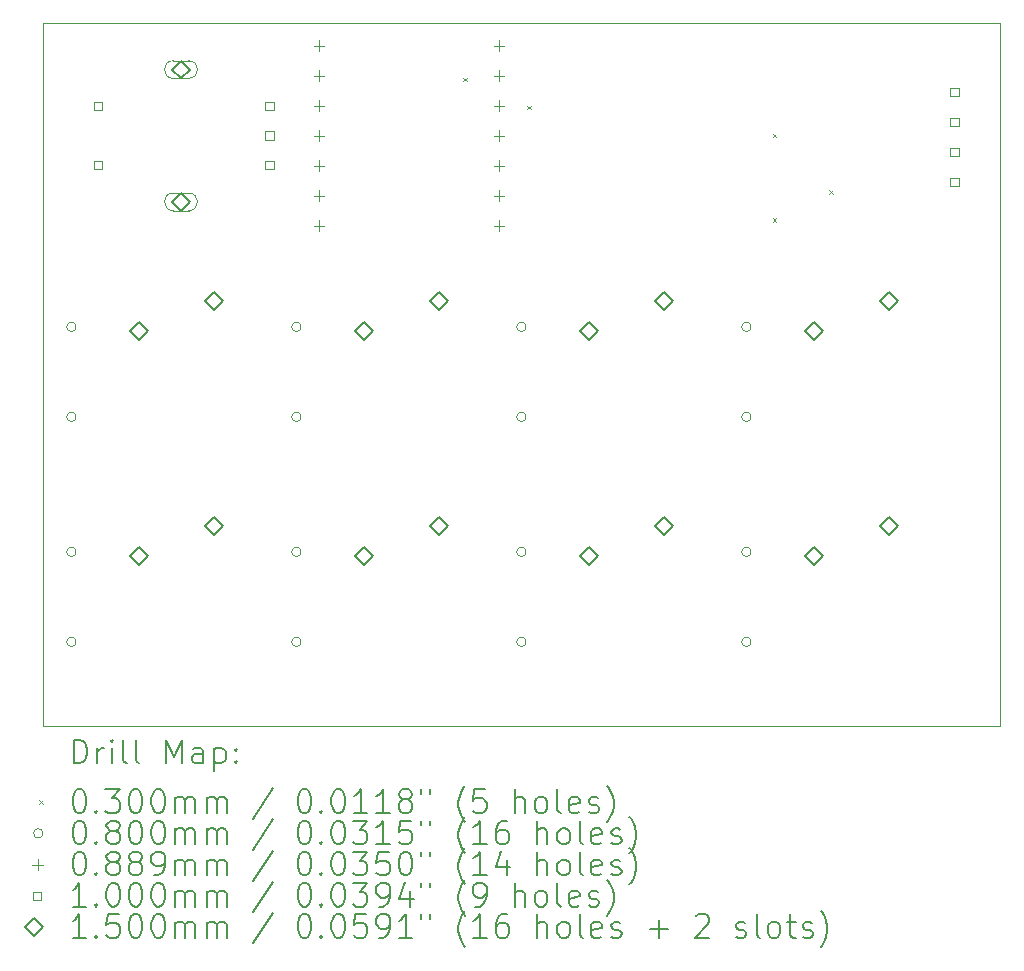
<source format=gbr>
%TF.GenerationSoftware,KiCad,Pcbnew,9.0.2*%
%TF.CreationDate,2025-06-09T08:41:51+05:30*%
%TF.ProjectId,DevBuddy,44657642-7564-4647-992e-6b696361645f,rev?*%
%TF.SameCoordinates,Original*%
%TF.FileFunction,Drillmap*%
%TF.FilePolarity,Positive*%
%FSLAX45Y45*%
G04 Gerber Fmt 4.5, Leading zero omitted, Abs format (unit mm)*
G04 Created by KiCad (PCBNEW 9.0.2) date 2025-06-09 08:41:51*
%MOMM*%
%LPD*%
G01*
G04 APERTURE LIST*
%ADD10C,0.050000*%
%ADD11C,0.200000*%
%ADD12C,0.100000*%
%ADD13C,0.150000*%
G04 APERTURE END LIST*
D10*
X9048750Y-13811250D02*
X9048750Y-7858125D01*
X17145000Y-13811250D02*
X9048750Y-13811250D01*
X17145000Y-7858125D02*
X17145000Y-13811250D01*
X9048750Y-7858125D02*
X17145000Y-7858125D01*
D11*
D12*
X12605625Y-8319375D02*
X12635625Y-8349375D01*
X12635625Y-8319375D02*
X12605625Y-8349375D01*
X13146475Y-8557500D02*
X13176475Y-8587500D01*
X13176475Y-8557500D02*
X13146475Y-8587500D01*
X15225000Y-8795625D02*
X15255000Y-8825625D01*
X15255000Y-8795625D02*
X15225000Y-8825625D01*
X15225000Y-9510000D02*
X15255000Y-9540000D01*
X15255000Y-9510000D02*
X15225000Y-9540000D01*
X15701250Y-9271875D02*
X15731250Y-9301875D01*
X15731250Y-9271875D02*
X15701250Y-9301875D01*
X9326875Y-10429875D02*
G75*
G02*
X9246875Y-10429875I-40000J0D01*
G01*
X9246875Y-10429875D02*
G75*
G02*
X9326875Y-10429875I40000J0D01*
G01*
X9326875Y-11191875D02*
G75*
G02*
X9246875Y-11191875I-40000J0D01*
G01*
X9246875Y-11191875D02*
G75*
G02*
X9326875Y-11191875I40000J0D01*
G01*
X9326875Y-12334875D02*
G75*
G02*
X9246875Y-12334875I-40000J0D01*
G01*
X9246875Y-12334875D02*
G75*
G02*
X9326875Y-12334875I40000J0D01*
G01*
X9326875Y-13096875D02*
G75*
G02*
X9246875Y-13096875I-40000J0D01*
G01*
X9246875Y-13096875D02*
G75*
G02*
X9326875Y-13096875I40000J0D01*
G01*
X11231875Y-10429875D02*
G75*
G02*
X11151875Y-10429875I-40000J0D01*
G01*
X11151875Y-10429875D02*
G75*
G02*
X11231875Y-10429875I40000J0D01*
G01*
X11231875Y-11191875D02*
G75*
G02*
X11151875Y-11191875I-40000J0D01*
G01*
X11151875Y-11191875D02*
G75*
G02*
X11231875Y-11191875I40000J0D01*
G01*
X11231875Y-12334875D02*
G75*
G02*
X11151875Y-12334875I-40000J0D01*
G01*
X11151875Y-12334875D02*
G75*
G02*
X11231875Y-12334875I40000J0D01*
G01*
X11231875Y-13096875D02*
G75*
G02*
X11151875Y-13096875I-40000J0D01*
G01*
X11151875Y-13096875D02*
G75*
G02*
X11231875Y-13096875I40000J0D01*
G01*
X13136875Y-10429875D02*
G75*
G02*
X13056875Y-10429875I-40000J0D01*
G01*
X13056875Y-10429875D02*
G75*
G02*
X13136875Y-10429875I40000J0D01*
G01*
X13136875Y-11191875D02*
G75*
G02*
X13056875Y-11191875I-40000J0D01*
G01*
X13056875Y-11191875D02*
G75*
G02*
X13136875Y-11191875I40000J0D01*
G01*
X13136875Y-12334875D02*
G75*
G02*
X13056875Y-12334875I-40000J0D01*
G01*
X13056875Y-12334875D02*
G75*
G02*
X13136875Y-12334875I40000J0D01*
G01*
X13136875Y-13096875D02*
G75*
G02*
X13056875Y-13096875I-40000J0D01*
G01*
X13056875Y-13096875D02*
G75*
G02*
X13136875Y-13096875I40000J0D01*
G01*
X15041875Y-10429875D02*
G75*
G02*
X14961875Y-10429875I-40000J0D01*
G01*
X14961875Y-10429875D02*
G75*
G02*
X15041875Y-10429875I40000J0D01*
G01*
X15041875Y-11191875D02*
G75*
G02*
X14961875Y-11191875I-40000J0D01*
G01*
X14961875Y-11191875D02*
G75*
G02*
X15041875Y-11191875I40000J0D01*
G01*
X15041875Y-12334875D02*
G75*
G02*
X14961875Y-12334875I-40000J0D01*
G01*
X14961875Y-12334875D02*
G75*
G02*
X15041875Y-12334875I40000J0D01*
G01*
X15041875Y-13096875D02*
G75*
G02*
X14961875Y-13096875I-40000J0D01*
G01*
X14961875Y-13096875D02*
G75*
G02*
X15041875Y-13096875I40000J0D01*
G01*
X11382375Y-8004175D02*
X11382375Y-8093075D01*
X11337925Y-8048625D02*
X11426825Y-8048625D01*
X11382375Y-8258175D02*
X11382375Y-8347075D01*
X11337925Y-8302625D02*
X11426825Y-8302625D01*
X11382375Y-8512175D02*
X11382375Y-8601075D01*
X11337925Y-8556625D02*
X11426825Y-8556625D01*
X11382375Y-8766175D02*
X11382375Y-8855075D01*
X11337925Y-8810625D02*
X11426825Y-8810625D01*
X11382375Y-9020175D02*
X11382375Y-9109075D01*
X11337925Y-9064625D02*
X11426825Y-9064625D01*
X11382375Y-9274175D02*
X11382375Y-9363075D01*
X11337925Y-9318625D02*
X11426825Y-9318625D01*
X11382375Y-9528175D02*
X11382375Y-9617075D01*
X11337925Y-9572625D02*
X11426825Y-9572625D01*
X12906375Y-8004175D02*
X12906375Y-8093075D01*
X12861925Y-8048625D02*
X12950825Y-8048625D01*
X12906375Y-8258175D02*
X12906375Y-8347075D01*
X12861925Y-8302625D02*
X12950825Y-8302625D01*
X12906375Y-8512175D02*
X12906375Y-8601075D01*
X12861925Y-8556625D02*
X12950825Y-8556625D01*
X12906375Y-8766175D02*
X12906375Y-8855075D01*
X12861925Y-8810625D02*
X12950825Y-8810625D01*
X12906375Y-9020175D02*
X12906375Y-9109075D01*
X12861925Y-9064625D02*
X12950825Y-9064625D01*
X12906375Y-9274175D02*
X12906375Y-9363075D01*
X12861925Y-9318625D02*
X12950825Y-9318625D01*
X12906375Y-9528175D02*
X12906375Y-9617075D01*
X12861925Y-9572625D02*
X12950825Y-9572625D01*
X9549731Y-8595981D02*
X9549731Y-8525269D01*
X9479019Y-8525269D01*
X9479019Y-8595981D01*
X9549731Y-8595981D01*
X9549731Y-9095981D02*
X9549731Y-9025269D01*
X9479019Y-9025269D01*
X9479019Y-9095981D01*
X9549731Y-9095981D01*
X10999731Y-8595981D02*
X10999731Y-8525269D01*
X10929019Y-8525269D01*
X10929019Y-8595981D01*
X10999731Y-8595981D01*
X10999731Y-8845981D02*
X10999731Y-8775269D01*
X10929019Y-8775269D01*
X10929019Y-8845981D01*
X10999731Y-8845981D01*
X10999731Y-9095981D02*
X10999731Y-9025269D01*
X10929019Y-9025269D01*
X10929019Y-9095981D01*
X10999731Y-9095981D01*
X16798731Y-8476481D02*
X16798731Y-8405769D01*
X16728019Y-8405769D01*
X16728019Y-8476481D01*
X16798731Y-8476481D01*
X16798731Y-8730481D02*
X16798731Y-8659769D01*
X16728019Y-8659769D01*
X16728019Y-8730481D01*
X16798731Y-8730481D01*
X16798731Y-8984481D02*
X16798731Y-8913769D01*
X16728019Y-8913769D01*
X16728019Y-8984481D01*
X16798731Y-8984481D01*
X16798731Y-9238481D02*
X16798731Y-9167769D01*
X16728019Y-9167769D01*
X16728019Y-9238481D01*
X16798731Y-9238481D01*
D13*
X9858375Y-10536625D02*
X9933375Y-10461625D01*
X9858375Y-10386625D01*
X9783375Y-10461625D01*
X9858375Y-10536625D01*
X9858375Y-12441625D02*
X9933375Y-12366625D01*
X9858375Y-12291625D01*
X9783375Y-12366625D01*
X9858375Y-12441625D01*
X10214375Y-8325625D02*
X10289375Y-8250625D01*
X10214375Y-8175625D01*
X10139375Y-8250625D01*
X10214375Y-8325625D01*
D12*
X10279375Y-8175625D02*
X10149375Y-8175625D01*
X10149375Y-8325625D02*
G75*
G02*
X10149375Y-8175625I0J75000D01*
G01*
X10149375Y-8325625D02*
X10279375Y-8325625D01*
X10279375Y-8325625D02*
G75*
G03*
X10279375Y-8175625I0J75000D01*
G01*
D13*
X10214375Y-9445625D02*
X10289375Y-9370625D01*
X10214375Y-9295625D01*
X10139375Y-9370625D01*
X10214375Y-9445625D01*
D12*
X10279375Y-9295625D02*
X10149375Y-9295625D01*
X10149375Y-9445625D02*
G75*
G02*
X10149375Y-9295625I0J75000D01*
G01*
X10149375Y-9445625D02*
X10279375Y-9445625D01*
X10279375Y-9445625D02*
G75*
G03*
X10279375Y-9295625I0J75000D01*
G01*
D13*
X10493375Y-10282625D02*
X10568375Y-10207625D01*
X10493375Y-10132625D01*
X10418375Y-10207625D01*
X10493375Y-10282625D01*
X10493375Y-12187625D02*
X10568375Y-12112625D01*
X10493375Y-12037625D01*
X10418375Y-12112625D01*
X10493375Y-12187625D01*
X11763375Y-10536625D02*
X11838375Y-10461625D01*
X11763375Y-10386625D01*
X11688375Y-10461625D01*
X11763375Y-10536625D01*
X11763375Y-12441625D02*
X11838375Y-12366625D01*
X11763375Y-12291625D01*
X11688375Y-12366625D01*
X11763375Y-12441625D01*
X12398375Y-10282625D02*
X12473375Y-10207625D01*
X12398375Y-10132625D01*
X12323375Y-10207625D01*
X12398375Y-10282625D01*
X12398375Y-12187625D02*
X12473375Y-12112625D01*
X12398375Y-12037625D01*
X12323375Y-12112625D01*
X12398375Y-12187625D01*
X13668375Y-10536625D02*
X13743375Y-10461625D01*
X13668375Y-10386625D01*
X13593375Y-10461625D01*
X13668375Y-10536625D01*
X13668375Y-12441625D02*
X13743375Y-12366625D01*
X13668375Y-12291625D01*
X13593375Y-12366625D01*
X13668375Y-12441625D01*
X14303375Y-10282625D02*
X14378375Y-10207625D01*
X14303375Y-10132625D01*
X14228375Y-10207625D01*
X14303375Y-10282625D01*
X14303375Y-12187625D02*
X14378375Y-12112625D01*
X14303375Y-12037625D01*
X14228375Y-12112625D01*
X14303375Y-12187625D01*
X15573375Y-10536625D02*
X15648375Y-10461625D01*
X15573375Y-10386625D01*
X15498375Y-10461625D01*
X15573375Y-10536625D01*
X15573375Y-12441625D02*
X15648375Y-12366625D01*
X15573375Y-12291625D01*
X15498375Y-12366625D01*
X15573375Y-12441625D01*
X16208375Y-10282625D02*
X16283375Y-10207625D01*
X16208375Y-10132625D01*
X16133375Y-10207625D01*
X16208375Y-10282625D01*
X16208375Y-12187625D02*
X16283375Y-12112625D01*
X16208375Y-12037625D01*
X16133375Y-12112625D01*
X16208375Y-12187625D01*
D11*
X9307027Y-14125234D02*
X9307027Y-13925234D01*
X9307027Y-13925234D02*
X9354646Y-13925234D01*
X9354646Y-13925234D02*
X9383217Y-13934758D01*
X9383217Y-13934758D02*
X9402265Y-13953805D01*
X9402265Y-13953805D02*
X9411789Y-13972853D01*
X9411789Y-13972853D02*
X9421313Y-14010948D01*
X9421313Y-14010948D02*
X9421313Y-14039519D01*
X9421313Y-14039519D02*
X9411789Y-14077615D01*
X9411789Y-14077615D02*
X9402265Y-14096662D01*
X9402265Y-14096662D02*
X9383217Y-14115710D01*
X9383217Y-14115710D02*
X9354646Y-14125234D01*
X9354646Y-14125234D02*
X9307027Y-14125234D01*
X9507027Y-14125234D02*
X9507027Y-13991900D01*
X9507027Y-14029996D02*
X9516551Y-14010948D01*
X9516551Y-14010948D02*
X9526074Y-14001424D01*
X9526074Y-14001424D02*
X9545122Y-13991900D01*
X9545122Y-13991900D02*
X9564170Y-13991900D01*
X9630836Y-14125234D02*
X9630836Y-13991900D01*
X9630836Y-13925234D02*
X9621313Y-13934758D01*
X9621313Y-13934758D02*
X9630836Y-13944281D01*
X9630836Y-13944281D02*
X9640360Y-13934758D01*
X9640360Y-13934758D02*
X9630836Y-13925234D01*
X9630836Y-13925234D02*
X9630836Y-13944281D01*
X9754646Y-14125234D02*
X9735598Y-14115710D01*
X9735598Y-14115710D02*
X9726074Y-14096662D01*
X9726074Y-14096662D02*
X9726074Y-13925234D01*
X9859408Y-14125234D02*
X9840360Y-14115710D01*
X9840360Y-14115710D02*
X9830836Y-14096662D01*
X9830836Y-14096662D02*
X9830836Y-13925234D01*
X10087979Y-14125234D02*
X10087979Y-13925234D01*
X10087979Y-13925234D02*
X10154646Y-14068091D01*
X10154646Y-14068091D02*
X10221313Y-13925234D01*
X10221313Y-13925234D02*
X10221313Y-14125234D01*
X10402265Y-14125234D02*
X10402265Y-14020472D01*
X10402265Y-14020472D02*
X10392741Y-14001424D01*
X10392741Y-14001424D02*
X10373694Y-13991900D01*
X10373694Y-13991900D02*
X10335598Y-13991900D01*
X10335598Y-13991900D02*
X10316551Y-14001424D01*
X10402265Y-14115710D02*
X10383217Y-14125234D01*
X10383217Y-14125234D02*
X10335598Y-14125234D01*
X10335598Y-14125234D02*
X10316551Y-14115710D01*
X10316551Y-14115710D02*
X10307027Y-14096662D01*
X10307027Y-14096662D02*
X10307027Y-14077615D01*
X10307027Y-14077615D02*
X10316551Y-14058567D01*
X10316551Y-14058567D02*
X10335598Y-14049043D01*
X10335598Y-14049043D02*
X10383217Y-14049043D01*
X10383217Y-14049043D02*
X10402265Y-14039519D01*
X10497503Y-13991900D02*
X10497503Y-14191900D01*
X10497503Y-14001424D02*
X10516551Y-13991900D01*
X10516551Y-13991900D02*
X10554646Y-13991900D01*
X10554646Y-13991900D02*
X10573694Y-14001424D01*
X10573694Y-14001424D02*
X10583217Y-14010948D01*
X10583217Y-14010948D02*
X10592741Y-14029996D01*
X10592741Y-14029996D02*
X10592741Y-14087138D01*
X10592741Y-14087138D02*
X10583217Y-14106186D01*
X10583217Y-14106186D02*
X10573694Y-14115710D01*
X10573694Y-14115710D02*
X10554646Y-14125234D01*
X10554646Y-14125234D02*
X10516551Y-14125234D01*
X10516551Y-14125234D02*
X10497503Y-14115710D01*
X10678455Y-14106186D02*
X10687979Y-14115710D01*
X10687979Y-14115710D02*
X10678455Y-14125234D01*
X10678455Y-14125234D02*
X10668932Y-14115710D01*
X10668932Y-14115710D02*
X10678455Y-14106186D01*
X10678455Y-14106186D02*
X10678455Y-14125234D01*
X10678455Y-14001424D02*
X10687979Y-14010948D01*
X10687979Y-14010948D02*
X10678455Y-14020472D01*
X10678455Y-14020472D02*
X10668932Y-14010948D01*
X10668932Y-14010948D02*
X10678455Y-14001424D01*
X10678455Y-14001424D02*
X10678455Y-14020472D01*
D12*
X9016250Y-14438750D02*
X9046250Y-14468750D01*
X9046250Y-14438750D02*
X9016250Y-14468750D01*
D11*
X9345122Y-14345234D02*
X9364170Y-14345234D01*
X9364170Y-14345234D02*
X9383217Y-14354758D01*
X9383217Y-14354758D02*
X9392741Y-14364281D01*
X9392741Y-14364281D02*
X9402265Y-14383329D01*
X9402265Y-14383329D02*
X9411789Y-14421424D01*
X9411789Y-14421424D02*
X9411789Y-14469043D01*
X9411789Y-14469043D02*
X9402265Y-14507138D01*
X9402265Y-14507138D02*
X9392741Y-14526186D01*
X9392741Y-14526186D02*
X9383217Y-14535710D01*
X9383217Y-14535710D02*
X9364170Y-14545234D01*
X9364170Y-14545234D02*
X9345122Y-14545234D01*
X9345122Y-14545234D02*
X9326074Y-14535710D01*
X9326074Y-14535710D02*
X9316551Y-14526186D01*
X9316551Y-14526186D02*
X9307027Y-14507138D01*
X9307027Y-14507138D02*
X9297503Y-14469043D01*
X9297503Y-14469043D02*
X9297503Y-14421424D01*
X9297503Y-14421424D02*
X9307027Y-14383329D01*
X9307027Y-14383329D02*
X9316551Y-14364281D01*
X9316551Y-14364281D02*
X9326074Y-14354758D01*
X9326074Y-14354758D02*
X9345122Y-14345234D01*
X9497503Y-14526186D02*
X9507027Y-14535710D01*
X9507027Y-14535710D02*
X9497503Y-14545234D01*
X9497503Y-14545234D02*
X9487979Y-14535710D01*
X9487979Y-14535710D02*
X9497503Y-14526186D01*
X9497503Y-14526186D02*
X9497503Y-14545234D01*
X9573694Y-14345234D02*
X9697503Y-14345234D01*
X9697503Y-14345234D02*
X9630836Y-14421424D01*
X9630836Y-14421424D02*
X9659408Y-14421424D01*
X9659408Y-14421424D02*
X9678455Y-14430948D01*
X9678455Y-14430948D02*
X9687979Y-14440472D01*
X9687979Y-14440472D02*
X9697503Y-14459519D01*
X9697503Y-14459519D02*
X9697503Y-14507138D01*
X9697503Y-14507138D02*
X9687979Y-14526186D01*
X9687979Y-14526186D02*
X9678455Y-14535710D01*
X9678455Y-14535710D02*
X9659408Y-14545234D01*
X9659408Y-14545234D02*
X9602265Y-14545234D01*
X9602265Y-14545234D02*
X9583217Y-14535710D01*
X9583217Y-14535710D02*
X9573694Y-14526186D01*
X9821313Y-14345234D02*
X9840360Y-14345234D01*
X9840360Y-14345234D02*
X9859408Y-14354758D01*
X9859408Y-14354758D02*
X9868932Y-14364281D01*
X9868932Y-14364281D02*
X9878455Y-14383329D01*
X9878455Y-14383329D02*
X9887979Y-14421424D01*
X9887979Y-14421424D02*
X9887979Y-14469043D01*
X9887979Y-14469043D02*
X9878455Y-14507138D01*
X9878455Y-14507138D02*
X9868932Y-14526186D01*
X9868932Y-14526186D02*
X9859408Y-14535710D01*
X9859408Y-14535710D02*
X9840360Y-14545234D01*
X9840360Y-14545234D02*
X9821313Y-14545234D01*
X9821313Y-14545234D02*
X9802265Y-14535710D01*
X9802265Y-14535710D02*
X9792741Y-14526186D01*
X9792741Y-14526186D02*
X9783217Y-14507138D01*
X9783217Y-14507138D02*
X9773694Y-14469043D01*
X9773694Y-14469043D02*
X9773694Y-14421424D01*
X9773694Y-14421424D02*
X9783217Y-14383329D01*
X9783217Y-14383329D02*
X9792741Y-14364281D01*
X9792741Y-14364281D02*
X9802265Y-14354758D01*
X9802265Y-14354758D02*
X9821313Y-14345234D01*
X10011789Y-14345234D02*
X10030836Y-14345234D01*
X10030836Y-14345234D02*
X10049884Y-14354758D01*
X10049884Y-14354758D02*
X10059408Y-14364281D01*
X10059408Y-14364281D02*
X10068932Y-14383329D01*
X10068932Y-14383329D02*
X10078455Y-14421424D01*
X10078455Y-14421424D02*
X10078455Y-14469043D01*
X10078455Y-14469043D02*
X10068932Y-14507138D01*
X10068932Y-14507138D02*
X10059408Y-14526186D01*
X10059408Y-14526186D02*
X10049884Y-14535710D01*
X10049884Y-14535710D02*
X10030836Y-14545234D01*
X10030836Y-14545234D02*
X10011789Y-14545234D01*
X10011789Y-14545234D02*
X9992741Y-14535710D01*
X9992741Y-14535710D02*
X9983217Y-14526186D01*
X9983217Y-14526186D02*
X9973694Y-14507138D01*
X9973694Y-14507138D02*
X9964170Y-14469043D01*
X9964170Y-14469043D02*
X9964170Y-14421424D01*
X9964170Y-14421424D02*
X9973694Y-14383329D01*
X9973694Y-14383329D02*
X9983217Y-14364281D01*
X9983217Y-14364281D02*
X9992741Y-14354758D01*
X9992741Y-14354758D02*
X10011789Y-14345234D01*
X10164170Y-14545234D02*
X10164170Y-14411900D01*
X10164170Y-14430948D02*
X10173694Y-14421424D01*
X10173694Y-14421424D02*
X10192741Y-14411900D01*
X10192741Y-14411900D02*
X10221313Y-14411900D01*
X10221313Y-14411900D02*
X10240360Y-14421424D01*
X10240360Y-14421424D02*
X10249884Y-14440472D01*
X10249884Y-14440472D02*
X10249884Y-14545234D01*
X10249884Y-14440472D02*
X10259408Y-14421424D01*
X10259408Y-14421424D02*
X10278455Y-14411900D01*
X10278455Y-14411900D02*
X10307027Y-14411900D01*
X10307027Y-14411900D02*
X10326075Y-14421424D01*
X10326075Y-14421424D02*
X10335598Y-14440472D01*
X10335598Y-14440472D02*
X10335598Y-14545234D01*
X10430836Y-14545234D02*
X10430836Y-14411900D01*
X10430836Y-14430948D02*
X10440360Y-14421424D01*
X10440360Y-14421424D02*
X10459408Y-14411900D01*
X10459408Y-14411900D02*
X10487979Y-14411900D01*
X10487979Y-14411900D02*
X10507027Y-14421424D01*
X10507027Y-14421424D02*
X10516551Y-14440472D01*
X10516551Y-14440472D02*
X10516551Y-14545234D01*
X10516551Y-14440472D02*
X10526075Y-14421424D01*
X10526075Y-14421424D02*
X10545122Y-14411900D01*
X10545122Y-14411900D02*
X10573694Y-14411900D01*
X10573694Y-14411900D02*
X10592741Y-14421424D01*
X10592741Y-14421424D02*
X10602265Y-14440472D01*
X10602265Y-14440472D02*
X10602265Y-14545234D01*
X10992741Y-14335710D02*
X10821313Y-14592853D01*
X11249884Y-14345234D02*
X11268932Y-14345234D01*
X11268932Y-14345234D02*
X11287979Y-14354758D01*
X11287979Y-14354758D02*
X11297503Y-14364281D01*
X11297503Y-14364281D02*
X11307027Y-14383329D01*
X11307027Y-14383329D02*
X11316551Y-14421424D01*
X11316551Y-14421424D02*
X11316551Y-14469043D01*
X11316551Y-14469043D02*
X11307027Y-14507138D01*
X11307027Y-14507138D02*
X11297503Y-14526186D01*
X11297503Y-14526186D02*
X11287979Y-14535710D01*
X11287979Y-14535710D02*
X11268932Y-14545234D01*
X11268932Y-14545234D02*
X11249884Y-14545234D01*
X11249884Y-14545234D02*
X11230836Y-14535710D01*
X11230836Y-14535710D02*
X11221313Y-14526186D01*
X11221313Y-14526186D02*
X11211789Y-14507138D01*
X11211789Y-14507138D02*
X11202265Y-14469043D01*
X11202265Y-14469043D02*
X11202265Y-14421424D01*
X11202265Y-14421424D02*
X11211789Y-14383329D01*
X11211789Y-14383329D02*
X11221313Y-14364281D01*
X11221313Y-14364281D02*
X11230836Y-14354758D01*
X11230836Y-14354758D02*
X11249884Y-14345234D01*
X11402265Y-14526186D02*
X11411789Y-14535710D01*
X11411789Y-14535710D02*
X11402265Y-14545234D01*
X11402265Y-14545234D02*
X11392741Y-14535710D01*
X11392741Y-14535710D02*
X11402265Y-14526186D01*
X11402265Y-14526186D02*
X11402265Y-14545234D01*
X11535598Y-14345234D02*
X11554646Y-14345234D01*
X11554646Y-14345234D02*
X11573694Y-14354758D01*
X11573694Y-14354758D02*
X11583217Y-14364281D01*
X11583217Y-14364281D02*
X11592741Y-14383329D01*
X11592741Y-14383329D02*
X11602265Y-14421424D01*
X11602265Y-14421424D02*
X11602265Y-14469043D01*
X11602265Y-14469043D02*
X11592741Y-14507138D01*
X11592741Y-14507138D02*
X11583217Y-14526186D01*
X11583217Y-14526186D02*
X11573694Y-14535710D01*
X11573694Y-14535710D02*
X11554646Y-14545234D01*
X11554646Y-14545234D02*
X11535598Y-14545234D01*
X11535598Y-14545234D02*
X11516551Y-14535710D01*
X11516551Y-14535710D02*
X11507027Y-14526186D01*
X11507027Y-14526186D02*
X11497503Y-14507138D01*
X11497503Y-14507138D02*
X11487979Y-14469043D01*
X11487979Y-14469043D02*
X11487979Y-14421424D01*
X11487979Y-14421424D02*
X11497503Y-14383329D01*
X11497503Y-14383329D02*
X11507027Y-14364281D01*
X11507027Y-14364281D02*
X11516551Y-14354758D01*
X11516551Y-14354758D02*
X11535598Y-14345234D01*
X11792741Y-14545234D02*
X11678456Y-14545234D01*
X11735598Y-14545234D02*
X11735598Y-14345234D01*
X11735598Y-14345234D02*
X11716551Y-14373805D01*
X11716551Y-14373805D02*
X11697503Y-14392853D01*
X11697503Y-14392853D02*
X11678456Y-14402377D01*
X11983217Y-14545234D02*
X11868932Y-14545234D01*
X11926075Y-14545234D02*
X11926075Y-14345234D01*
X11926075Y-14345234D02*
X11907027Y-14373805D01*
X11907027Y-14373805D02*
X11887979Y-14392853D01*
X11887979Y-14392853D02*
X11868932Y-14402377D01*
X12097503Y-14430948D02*
X12078456Y-14421424D01*
X12078456Y-14421424D02*
X12068932Y-14411900D01*
X12068932Y-14411900D02*
X12059408Y-14392853D01*
X12059408Y-14392853D02*
X12059408Y-14383329D01*
X12059408Y-14383329D02*
X12068932Y-14364281D01*
X12068932Y-14364281D02*
X12078456Y-14354758D01*
X12078456Y-14354758D02*
X12097503Y-14345234D01*
X12097503Y-14345234D02*
X12135598Y-14345234D01*
X12135598Y-14345234D02*
X12154646Y-14354758D01*
X12154646Y-14354758D02*
X12164170Y-14364281D01*
X12164170Y-14364281D02*
X12173694Y-14383329D01*
X12173694Y-14383329D02*
X12173694Y-14392853D01*
X12173694Y-14392853D02*
X12164170Y-14411900D01*
X12164170Y-14411900D02*
X12154646Y-14421424D01*
X12154646Y-14421424D02*
X12135598Y-14430948D01*
X12135598Y-14430948D02*
X12097503Y-14430948D01*
X12097503Y-14430948D02*
X12078456Y-14440472D01*
X12078456Y-14440472D02*
X12068932Y-14449996D01*
X12068932Y-14449996D02*
X12059408Y-14469043D01*
X12059408Y-14469043D02*
X12059408Y-14507138D01*
X12059408Y-14507138D02*
X12068932Y-14526186D01*
X12068932Y-14526186D02*
X12078456Y-14535710D01*
X12078456Y-14535710D02*
X12097503Y-14545234D01*
X12097503Y-14545234D02*
X12135598Y-14545234D01*
X12135598Y-14545234D02*
X12154646Y-14535710D01*
X12154646Y-14535710D02*
X12164170Y-14526186D01*
X12164170Y-14526186D02*
X12173694Y-14507138D01*
X12173694Y-14507138D02*
X12173694Y-14469043D01*
X12173694Y-14469043D02*
X12164170Y-14449996D01*
X12164170Y-14449996D02*
X12154646Y-14440472D01*
X12154646Y-14440472D02*
X12135598Y-14430948D01*
X12249884Y-14345234D02*
X12249884Y-14383329D01*
X12326075Y-14345234D02*
X12326075Y-14383329D01*
X12621313Y-14621424D02*
X12611789Y-14611900D01*
X12611789Y-14611900D02*
X12592741Y-14583329D01*
X12592741Y-14583329D02*
X12583218Y-14564281D01*
X12583218Y-14564281D02*
X12573694Y-14535710D01*
X12573694Y-14535710D02*
X12564170Y-14488091D01*
X12564170Y-14488091D02*
X12564170Y-14449996D01*
X12564170Y-14449996D02*
X12573694Y-14402377D01*
X12573694Y-14402377D02*
X12583218Y-14373805D01*
X12583218Y-14373805D02*
X12592741Y-14354758D01*
X12592741Y-14354758D02*
X12611789Y-14326186D01*
X12611789Y-14326186D02*
X12621313Y-14316662D01*
X12792741Y-14345234D02*
X12697503Y-14345234D01*
X12697503Y-14345234D02*
X12687979Y-14440472D01*
X12687979Y-14440472D02*
X12697503Y-14430948D01*
X12697503Y-14430948D02*
X12716551Y-14421424D01*
X12716551Y-14421424D02*
X12764170Y-14421424D01*
X12764170Y-14421424D02*
X12783218Y-14430948D01*
X12783218Y-14430948D02*
X12792741Y-14440472D01*
X12792741Y-14440472D02*
X12802265Y-14459519D01*
X12802265Y-14459519D02*
X12802265Y-14507138D01*
X12802265Y-14507138D02*
X12792741Y-14526186D01*
X12792741Y-14526186D02*
X12783218Y-14535710D01*
X12783218Y-14535710D02*
X12764170Y-14545234D01*
X12764170Y-14545234D02*
X12716551Y-14545234D01*
X12716551Y-14545234D02*
X12697503Y-14535710D01*
X12697503Y-14535710D02*
X12687979Y-14526186D01*
X13040360Y-14545234D02*
X13040360Y-14345234D01*
X13126075Y-14545234D02*
X13126075Y-14440472D01*
X13126075Y-14440472D02*
X13116551Y-14421424D01*
X13116551Y-14421424D02*
X13097503Y-14411900D01*
X13097503Y-14411900D02*
X13068932Y-14411900D01*
X13068932Y-14411900D02*
X13049884Y-14421424D01*
X13049884Y-14421424D02*
X13040360Y-14430948D01*
X13249884Y-14545234D02*
X13230837Y-14535710D01*
X13230837Y-14535710D02*
X13221313Y-14526186D01*
X13221313Y-14526186D02*
X13211789Y-14507138D01*
X13211789Y-14507138D02*
X13211789Y-14449996D01*
X13211789Y-14449996D02*
X13221313Y-14430948D01*
X13221313Y-14430948D02*
X13230837Y-14421424D01*
X13230837Y-14421424D02*
X13249884Y-14411900D01*
X13249884Y-14411900D02*
X13278456Y-14411900D01*
X13278456Y-14411900D02*
X13297503Y-14421424D01*
X13297503Y-14421424D02*
X13307027Y-14430948D01*
X13307027Y-14430948D02*
X13316551Y-14449996D01*
X13316551Y-14449996D02*
X13316551Y-14507138D01*
X13316551Y-14507138D02*
X13307027Y-14526186D01*
X13307027Y-14526186D02*
X13297503Y-14535710D01*
X13297503Y-14535710D02*
X13278456Y-14545234D01*
X13278456Y-14545234D02*
X13249884Y-14545234D01*
X13430837Y-14545234D02*
X13411789Y-14535710D01*
X13411789Y-14535710D02*
X13402265Y-14516662D01*
X13402265Y-14516662D02*
X13402265Y-14345234D01*
X13583218Y-14535710D02*
X13564170Y-14545234D01*
X13564170Y-14545234D02*
X13526075Y-14545234D01*
X13526075Y-14545234D02*
X13507027Y-14535710D01*
X13507027Y-14535710D02*
X13497503Y-14516662D01*
X13497503Y-14516662D02*
X13497503Y-14440472D01*
X13497503Y-14440472D02*
X13507027Y-14421424D01*
X13507027Y-14421424D02*
X13526075Y-14411900D01*
X13526075Y-14411900D02*
X13564170Y-14411900D01*
X13564170Y-14411900D02*
X13583218Y-14421424D01*
X13583218Y-14421424D02*
X13592741Y-14440472D01*
X13592741Y-14440472D02*
X13592741Y-14459519D01*
X13592741Y-14459519D02*
X13497503Y-14478567D01*
X13668932Y-14535710D02*
X13687980Y-14545234D01*
X13687980Y-14545234D02*
X13726075Y-14545234D01*
X13726075Y-14545234D02*
X13745122Y-14535710D01*
X13745122Y-14535710D02*
X13754646Y-14516662D01*
X13754646Y-14516662D02*
X13754646Y-14507138D01*
X13754646Y-14507138D02*
X13745122Y-14488091D01*
X13745122Y-14488091D02*
X13726075Y-14478567D01*
X13726075Y-14478567D02*
X13697503Y-14478567D01*
X13697503Y-14478567D02*
X13678456Y-14469043D01*
X13678456Y-14469043D02*
X13668932Y-14449996D01*
X13668932Y-14449996D02*
X13668932Y-14440472D01*
X13668932Y-14440472D02*
X13678456Y-14421424D01*
X13678456Y-14421424D02*
X13697503Y-14411900D01*
X13697503Y-14411900D02*
X13726075Y-14411900D01*
X13726075Y-14411900D02*
X13745122Y-14421424D01*
X13821313Y-14621424D02*
X13830837Y-14611900D01*
X13830837Y-14611900D02*
X13849884Y-14583329D01*
X13849884Y-14583329D02*
X13859408Y-14564281D01*
X13859408Y-14564281D02*
X13868932Y-14535710D01*
X13868932Y-14535710D02*
X13878456Y-14488091D01*
X13878456Y-14488091D02*
X13878456Y-14449996D01*
X13878456Y-14449996D02*
X13868932Y-14402377D01*
X13868932Y-14402377D02*
X13859408Y-14373805D01*
X13859408Y-14373805D02*
X13849884Y-14354758D01*
X13849884Y-14354758D02*
X13830837Y-14326186D01*
X13830837Y-14326186D02*
X13821313Y-14316662D01*
D12*
X9046250Y-14717750D02*
G75*
G02*
X8966250Y-14717750I-40000J0D01*
G01*
X8966250Y-14717750D02*
G75*
G02*
X9046250Y-14717750I40000J0D01*
G01*
D11*
X9345122Y-14609234D02*
X9364170Y-14609234D01*
X9364170Y-14609234D02*
X9383217Y-14618758D01*
X9383217Y-14618758D02*
X9392741Y-14628281D01*
X9392741Y-14628281D02*
X9402265Y-14647329D01*
X9402265Y-14647329D02*
X9411789Y-14685424D01*
X9411789Y-14685424D02*
X9411789Y-14733043D01*
X9411789Y-14733043D02*
X9402265Y-14771138D01*
X9402265Y-14771138D02*
X9392741Y-14790186D01*
X9392741Y-14790186D02*
X9383217Y-14799710D01*
X9383217Y-14799710D02*
X9364170Y-14809234D01*
X9364170Y-14809234D02*
X9345122Y-14809234D01*
X9345122Y-14809234D02*
X9326074Y-14799710D01*
X9326074Y-14799710D02*
X9316551Y-14790186D01*
X9316551Y-14790186D02*
X9307027Y-14771138D01*
X9307027Y-14771138D02*
X9297503Y-14733043D01*
X9297503Y-14733043D02*
X9297503Y-14685424D01*
X9297503Y-14685424D02*
X9307027Y-14647329D01*
X9307027Y-14647329D02*
X9316551Y-14628281D01*
X9316551Y-14628281D02*
X9326074Y-14618758D01*
X9326074Y-14618758D02*
X9345122Y-14609234D01*
X9497503Y-14790186D02*
X9507027Y-14799710D01*
X9507027Y-14799710D02*
X9497503Y-14809234D01*
X9497503Y-14809234D02*
X9487979Y-14799710D01*
X9487979Y-14799710D02*
X9497503Y-14790186D01*
X9497503Y-14790186D02*
X9497503Y-14809234D01*
X9621313Y-14694948D02*
X9602265Y-14685424D01*
X9602265Y-14685424D02*
X9592741Y-14675900D01*
X9592741Y-14675900D02*
X9583217Y-14656853D01*
X9583217Y-14656853D02*
X9583217Y-14647329D01*
X9583217Y-14647329D02*
X9592741Y-14628281D01*
X9592741Y-14628281D02*
X9602265Y-14618758D01*
X9602265Y-14618758D02*
X9621313Y-14609234D01*
X9621313Y-14609234D02*
X9659408Y-14609234D01*
X9659408Y-14609234D02*
X9678455Y-14618758D01*
X9678455Y-14618758D02*
X9687979Y-14628281D01*
X9687979Y-14628281D02*
X9697503Y-14647329D01*
X9697503Y-14647329D02*
X9697503Y-14656853D01*
X9697503Y-14656853D02*
X9687979Y-14675900D01*
X9687979Y-14675900D02*
X9678455Y-14685424D01*
X9678455Y-14685424D02*
X9659408Y-14694948D01*
X9659408Y-14694948D02*
X9621313Y-14694948D01*
X9621313Y-14694948D02*
X9602265Y-14704472D01*
X9602265Y-14704472D02*
X9592741Y-14713996D01*
X9592741Y-14713996D02*
X9583217Y-14733043D01*
X9583217Y-14733043D02*
X9583217Y-14771138D01*
X9583217Y-14771138D02*
X9592741Y-14790186D01*
X9592741Y-14790186D02*
X9602265Y-14799710D01*
X9602265Y-14799710D02*
X9621313Y-14809234D01*
X9621313Y-14809234D02*
X9659408Y-14809234D01*
X9659408Y-14809234D02*
X9678455Y-14799710D01*
X9678455Y-14799710D02*
X9687979Y-14790186D01*
X9687979Y-14790186D02*
X9697503Y-14771138D01*
X9697503Y-14771138D02*
X9697503Y-14733043D01*
X9697503Y-14733043D02*
X9687979Y-14713996D01*
X9687979Y-14713996D02*
X9678455Y-14704472D01*
X9678455Y-14704472D02*
X9659408Y-14694948D01*
X9821313Y-14609234D02*
X9840360Y-14609234D01*
X9840360Y-14609234D02*
X9859408Y-14618758D01*
X9859408Y-14618758D02*
X9868932Y-14628281D01*
X9868932Y-14628281D02*
X9878455Y-14647329D01*
X9878455Y-14647329D02*
X9887979Y-14685424D01*
X9887979Y-14685424D02*
X9887979Y-14733043D01*
X9887979Y-14733043D02*
X9878455Y-14771138D01*
X9878455Y-14771138D02*
X9868932Y-14790186D01*
X9868932Y-14790186D02*
X9859408Y-14799710D01*
X9859408Y-14799710D02*
X9840360Y-14809234D01*
X9840360Y-14809234D02*
X9821313Y-14809234D01*
X9821313Y-14809234D02*
X9802265Y-14799710D01*
X9802265Y-14799710D02*
X9792741Y-14790186D01*
X9792741Y-14790186D02*
X9783217Y-14771138D01*
X9783217Y-14771138D02*
X9773694Y-14733043D01*
X9773694Y-14733043D02*
X9773694Y-14685424D01*
X9773694Y-14685424D02*
X9783217Y-14647329D01*
X9783217Y-14647329D02*
X9792741Y-14628281D01*
X9792741Y-14628281D02*
X9802265Y-14618758D01*
X9802265Y-14618758D02*
X9821313Y-14609234D01*
X10011789Y-14609234D02*
X10030836Y-14609234D01*
X10030836Y-14609234D02*
X10049884Y-14618758D01*
X10049884Y-14618758D02*
X10059408Y-14628281D01*
X10059408Y-14628281D02*
X10068932Y-14647329D01*
X10068932Y-14647329D02*
X10078455Y-14685424D01*
X10078455Y-14685424D02*
X10078455Y-14733043D01*
X10078455Y-14733043D02*
X10068932Y-14771138D01*
X10068932Y-14771138D02*
X10059408Y-14790186D01*
X10059408Y-14790186D02*
X10049884Y-14799710D01*
X10049884Y-14799710D02*
X10030836Y-14809234D01*
X10030836Y-14809234D02*
X10011789Y-14809234D01*
X10011789Y-14809234D02*
X9992741Y-14799710D01*
X9992741Y-14799710D02*
X9983217Y-14790186D01*
X9983217Y-14790186D02*
X9973694Y-14771138D01*
X9973694Y-14771138D02*
X9964170Y-14733043D01*
X9964170Y-14733043D02*
X9964170Y-14685424D01*
X9964170Y-14685424D02*
X9973694Y-14647329D01*
X9973694Y-14647329D02*
X9983217Y-14628281D01*
X9983217Y-14628281D02*
X9992741Y-14618758D01*
X9992741Y-14618758D02*
X10011789Y-14609234D01*
X10164170Y-14809234D02*
X10164170Y-14675900D01*
X10164170Y-14694948D02*
X10173694Y-14685424D01*
X10173694Y-14685424D02*
X10192741Y-14675900D01*
X10192741Y-14675900D02*
X10221313Y-14675900D01*
X10221313Y-14675900D02*
X10240360Y-14685424D01*
X10240360Y-14685424D02*
X10249884Y-14704472D01*
X10249884Y-14704472D02*
X10249884Y-14809234D01*
X10249884Y-14704472D02*
X10259408Y-14685424D01*
X10259408Y-14685424D02*
X10278455Y-14675900D01*
X10278455Y-14675900D02*
X10307027Y-14675900D01*
X10307027Y-14675900D02*
X10326075Y-14685424D01*
X10326075Y-14685424D02*
X10335598Y-14704472D01*
X10335598Y-14704472D02*
X10335598Y-14809234D01*
X10430836Y-14809234D02*
X10430836Y-14675900D01*
X10430836Y-14694948D02*
X10440360Y-14685424D01*
X10440360Y-14685424D02*
X10459408Y-14675900D01*
X10459408Y-14675900D02*
X10487979Y-14675900D01*
X10487979Y-14675900D02*
X10507027Y-14685424D01*
X10507027Y-14685424D02*
X10516551Y-14704472D01*
X10516551Y-14704472D02*
X10516551Y-14809234D01*
X10516551Y-14704472D02*
X10526075Y-14685424D01*
X10526075Y-14685424D02*
X10545122Y-14675900D01*
X10545122Y-14675900D02*
X10573694Y-14675900D01*
X10573694Y-14675900D02*
X10592741Y-14685424D01*
X10592741Y-14685424D02*
X10602265Y-14704472D01*
X10602265Y-14704472D02*
X10602265Y-14809234D01*
X10992741Y-14599710D02*
X10821313Y-14856853D01*
X11249884Y-14609234D02*
X11268932Y-14609234D01*
X11268932Y-14609234D02*
X11287979Y-14618758D01*
X11287979Y-14618758D02*
X11297503Y-14628281D01*
X11297503Y-14628281D02*
X11307027Y-14647329D01*
X11307027Y-14647329D02*
X11316551Y-14685424D01*
X11316551Y-14685424D02*
X11316551Y-14733043D01*
X11316551Y-14733043D02*
X11307027Y-14771138D01*
X11307027Y-14771138D02*
X11297503Y-14790186D01*
X11297503Y-14790186D02*
X11287979Y-14799710D01*
X11287979Y-14799710D02*
X11268932Y-14809234D01*
X11268932Y-14809234D02*
X11249884Y-14809234D01*
X11249884Y-14809234D02*
X11230836Y-14799710D01*
X11230836Y-14799710D02*
X11221313Y-14790186D01*
X11221313Y-14790186D02*
X11211789Y-14771138D01*
X11211789Y-14771138D02*
X11202265Y-14733043D01*
X11202265Y-14733043D02*
X11202265Y-14685424D01*
X11202265Y-14685424D02*
X11211789Y-14647329D01*
X11211789Y-14647329D02*
X11221313Y-14628281D01*
X11221313Y-14628281D02*
X11230836Y-14618758D01*
X11230836Y-14618758D02*
X11249884Y-14609234D01*
X11402265Y-14790186D02*
X11411789Y-14799710D01*
X11411789Y-14799710D02*
X11402265Y-14809234D01*
X11402265Y-14809234D02*
X11392741Y-14799710D01*
X11392741Y-14799710D02*
X11402265Y-14790186D01*
X11402265Y-14790186D02*
X11402265Y-14809234D01*
X11535598Y-14609234D02*
X11554646Y-14609234D01*
X11554646Y-14609234D02*
X11573694Y-14618758D01*
X11573694Y-14618758D02*
X11583217Y-14628281D01*
X11583217Y-14628281D02*
X11592741Y-14647329D01*
X11592741Y-14647329D02*
X11602265Y-14685424D01*
X11602265Y-14685424D02*
X11602265Y-14733043D01*
X11602265Y-14733043D02*
X11592741Y-14771138D01*
X11592741Y-14771138D02*
X11583217Y-14790186D01*
X11583217Y-14790186D02*
X11573694Y-14799710D01*
X11573694Y-14799710D02*
X11554646Y-14809234D01*
X11554646Y-14809234D02*
X11535598Y-14809234D01*
X11535598Y-14809234D02*
X11516551Y-14799710D01*
X11516551Y-14799710D02*
X11507027Y-14790186D01*
X11507027Y-14790186D02*
X11497503Y-14771138D01*
X11497503Y-14771138D02*
X11487979Y-14733043D01*
X11487979Y-14733043D02*
X11487979Y-14685424D01*
X11487979Y-14685424D02*
X11497503Y-14647329D01*
X11497503Y-14647329D02*
X11507027Y-14628281D01*
X11507027Y-14628281D02*
X11516551Y-14618758D01*
X11516551Y-14618758D02*
X11535598Y-14609234D01*
X11668932Y-14609234D02*
X11792741Y-14609234D01*
X11792741Y-14609234D02*
X11726075Y-14685424D01*
X11726075Y-14685424D02*
X11754646Y-14685424D01*
X11754646Y-14685424D02*
X11773694Y-14694948D01*
X11773694Y-14694948D02*
X11783217Y-14704472D01*
X11783217Y-14704472D02*
X11792741Y-14723519D01*
X11792741Y-14723519D02*
X11792741Y-14771138D01*
X11792741Y-14771138D02*
X11783217Y-14790186D01*
X11783217Y-14790186D02*
X11773694Y-14799710D01*
X11773694Y-14799710D02*
X11754646Y-14809234D01*
X11754646Y-14809234D02*
X11697503Y-14809234D01*
X11697503Y-14809234D02*
X11678456Y-14799710D01*
X11678456Y-14799710D02*
X11668932Y-14790186D01*
X11983217Y-14809234D02*
X11868932Y-14809234D01*
X11926075Y-14809234D02*
X11926075Y-14609234D01*
X11926075Y-14609234D02*
X11907027Y-14637805D01*
X11907027Y-14637805D02*
X11887979Y-14656853D01*
X11887979Y-14656853D02*
X11868932Y-14666377D01*
X12164170Y-14609234D02*
X12068932Y-14609234D01*
X12068932Y-14609234D02*
X12059408Y-14704472D01*
X12059408Y-14704472D02*
X12068932Y-14694948D01*
X12068932Y-14694948D02*
X12087979Y-14685424D01*
X12087979Y-14685424D02*
X12135598Y-14685424D01*
X12135598Y-14685424D02*
X12154646Y-14694948D01*
X12154646Y-14694948D02*
X12164170Y-14704472D01*
X12164170Y-14704472D02*
X12173694Y-14723519D01*
X12173694Y-14723519D02*
X12173694Y-14771138D01*
X12173694Y-14771138D02*
X12164170Y-14790186D01*
X12164170Y-14790186D02*
X12154646Y-14799710D01*
X12154646Y-14799710D02*
X12135598Y-14809234D01*
X12135598Y-14809234D02*
X12087979Y-14809234D01*
X12087979Y-14809234D02*
X12068932Y-14799710D01*
X12068932Y-14799710D02*
X12059408Y-14790186D01*
X12249884Y-14609234D02*
X12249884Y-14647329D01*
X12326075Y-14609234D02*
X12326075Y-14647329D01*
X12621313Y-14885424D02*
X12611789Y-14875900D01*
X12611789Y-14875900D02*
X12592741Y-14847329D01*
X12592741Y-14847329D02*
X12583218Y-14828281D01*
X12583218Y-14828281D02*
X12573694Y-14799710D01*
X12573694Y-14799710D02*
X12564170Y-14752091D01*
X12564170Y-14752091D02*
X12564170Y-14713996D01*
X12564170Y-14713996D02*
X12573694Y-14666377D01*
X12573694Y-14666377D02*
X12583218Y-14637805D01*
X12583218Y-14637805D02*
X12592741Y-14618758D01*
X12592741Y-14618758D02*
X12611789Y-14590186D01*
X12611789Y-14590186D02*
X12621313Y-14580662D01*
X12802265Y-14809234D02*
X12687979Y-14809234D01*
X12745122Y-14809234D02*
X12745122Y-14609234D01*
X12745122Y-14609234D02*
X12726075Y-14637805D01*
X12726075Y-14637805D02*
X12707027Y-14656853D01*
X12707027Y-14656853D02*
X12687979Y-14666377D01*
X12973694Y-14609234D02*
X12935598Y-14609234D01*
X12935598Y-14609234D02*
X12916551Y-14618758D01*
X12916551Y-14618758D02*
X12907027Y-14628281D01*
X12907027Y-14628281D02*
X12887979Y-14656853D01*
X12887979Y-14656853D02*
X12878456Y-14694948D01*
X12878456Y-14694948D02*
X12878456Y-14771138D01*
X12878456Y-14771138D02*
X12887979Y-14790186D01*
X12887979Y-14790186D02*
X12897503Y-14799710D01*
X12897503Y-14799710D02*
X12916551Y-14809234D01*
X12916551Y-14809234D02*
X12954646Y-14809234D01*
X12954646Y-14809234D02*
X12973694Y-14799710D01*
X12973694Y-14799710D02*
X12983218Y-14790186D01*
X12983218Y-14790186D02*
X12992741Y-14771138D01*
X12992741Y-14771138D02*
X12992741Y-14723519D01*
X12992741Y-14723519D02*
X12983218Y-14704472D01*
X12983218Y-14704472D02*
X12973694Y-14694948D01*
X12973694Y-14694948D02*
X12954646Y-14685424D01*
X12954646Y-14685424D02*
X12916551Y-14685424D01*
X12916551Y-14685424D02*
X12897503Y-14694948D01*
X12897503Y-14694948D02*
X12887979Y-14704472D01*
X12887979Y-14704472D02*
X12878456Y-14723519D01*
X13230837Y-14809234D02*
X13230837Y-14609234D01*
X13316551Y-14809234D02*
X13316551Y-14704472D01*
X13316551Y-14704472D02*
X13307027Y-14685424D01*
X13307027Y-14685424D02*
X13287980Y-14675900D01*
X13287980Y-14675900D02*
X13259408Y-14675900D01*
X13259408Y-14675900D02*
X13240360Y-14685424D01*
X13240360Y-14685424D02*
X13230837Y-14694948D01*
X13440360Y-14809234D02*
X13421313Y-14799710D01*
X13421313Y-14799710D02*
X13411789Y-14790186D01*
X13411789Y-14790186D02*
X13402265Y-14771138D01*
X13402265Y-14771138D02*
X13402265Y-14713996D01*
X13402265Y-14713996D02*
X13411789Y-14694948D01*
X13411789Y-14694948D02*
X13421313Y-14685424D01*
X13421313Y-14685424D02*
X13440360Y-14675900D01*
X13440360Y-14675900D02*
X13468932Y-14675900D01*
X13468932Y-14675900D02*
X13487980Y-14685424D01*
X13487980Y-14685424D02*
X13497503Y-14694948D01*
X13497503Y-14694948D02*
X13507027Y-14713996D01*
X13507027Y-14713996D02*
X13507027Y-14771138D01*
X13507027Y-14771138D02*
X13497503Y-14790186D01*
X13497503Y-14790186D02*
X13487980Y-14799710D01*
X13487980Y-14799710D02*
X13468932Y-14809234D01*
X13468932Y-14809234D02*
X13440360Y-14809234D01*
X13621313Y-14809234D02*
X13602265Y-14799710D01*
X13602265Y-14799710D02*
X13592741Y-14780662D01*
X13592741Y-14780662D02*
X13592741Y-14609234D01*
X13773694Y-14799710D02*
X13754646Y-14809234D01*
X13754646Y-14809234D02*
X13716551Y-14809234D01*
X13716551Y-14809234D02*
X13697503Y-14799710D01*
X13697503Y-14799710D02*
X13687980Y-14780662D01*
X13687980Y-14780662D02*
X13687980Y-14704472D01*
X13687980Y-14704472D02*
X13697503Y-14685424D01*
X13697503Y-14685424D02*
X13716551Y-14675900D01*
X13716551Y-14675900D02*
X13754646Y-14675900D01*
X13754646Y-14675900D02*
X13773694Y-14685424D01*
X13773694Y-14685424D02*
X13783218Y-14704472D01*
X13783218Y-14704472D02*
X13783218Y-14723519D01*
X13783218Y-14723519D02*
X13687980Y-14742567D01*
X13859408Y-14799710D02*
X13878456Y-14809234D01*
X13878456Y-14809234D02*
X13916551Y-14809234D01*
X13916551Y-14809234D02*
X13935599Y-14799710D01*
X13935599Y-14799710D02*
X13945122Y-14780662D01*
X13945122Y-14780662D02*
X13945122Y-14771138D01*
X13945122Y-14771138D02*
X13935599Y-14752091D01*
X13935599Y-14752091D02*
X13916551Y-14742567D01*
X13916551Y-14742567D02*
X13887980Y-14742567D01*
X13887980Y-14742567D02*
X13868932Y-14733043D01*
X13868932Y-14733043D02*
X13859408Y-14713996D01*
X13859408Y-14713996D02*
X13859408Y-14704472D01*
X13859408Y-14704472D02*
X13868932Y-14685424D01*
X13868932Y-14685424D02*
X13887980Y-14675900D01*
X13887980Y-14675900D02*
X13916551Y-14675900D01*
X13916551Y-14675900D02*
X13935599Y-14685424D01*
X14011789Y-14885424D02*
X14021313Y-14875900D01*
X14021313Y-14875900D02*
X14040361Y-14847329D01*
X14040361Y-14847329D02*
X14049884Y-14828281D01*
X14049884Y-14828281D02*
X14059408Y-14799710D01*
X14059408Y-14799710D02*
X14068932Y-14752091D01*
X14068932Y-14752091D02*
X14068932Y-14713996D01*
X14068932Y-14713996D02*
X14059408Y-14666377D01*
X14059408Y-14666377D02*
X14049884Y-14637805D01*
X14049884Y-14637805D02*
X14040361Y-14618758D01*
X14040361Y-14618758D02*
X14021313Y-14590186D01*
X14021313Y-14590186D02*
X14011789Y-14580662D01*
D12*
X9001800Y-14937300D02*
X9001800Y-15026200D01*
X8957350Y-14981750D02*
X9046250Y-14981750D01*
D11*
X9345122Y-14873234D02*
X9364170Y-14873234D01*
X9364170Y-14873234D02*
X9383217Y-14882758D01*
X9383217Y-14882758D02*
X9392741Y-14892281D01*
X9392741Y-14892281D02*
X9402265Y-14911329D01*
X9402265Y-14911329D02*
X9411789Y-14949424D01*
X9411789Y-14949424D02*
X9411789Y-14997043D01*
X9411789Y-14997043D02*
X9402265Y-15035138D01*
X9402265Y-15035138D02*
X9392741Y-15054186D01*
X9392741Y-15054186D02*
X9383217Y-15063710D01*
X9383217Y-15063710D02*
X9364170Y-15073234D01*
X9364170Y-15073234D02*
X9345122Y-15073234D01*
X9345122Y-15073234D02*
X9326074Y-15063710D01*
X9326074Y-15063710D02*
X9316551Y-15054186D01*
X9316551Y-15054186D02*
X9307027Y-15035138D01*
X9307027Y-15035138D02*
X9297503Y-14997043D01*
X9297503Y-14997043D02*
X9297503Y-14949424D01*
X9297503Y-14949424D02*
X9307027Y-14911329D01*
X9307027Y-14911329D02*
X9316551Y-14892281D01*
X9316551Y-14892281D02*
X9326074Y-14882758D01*
X9326074Y-14882758D02*
X9345122Y-14873234D01*
X9497503Y-15054186D02*
X9507027Y-15063710D01*
X9507027Y-15063710D02*
X9497503Y-15073234D01*
X9497503Y-15073234D02*
X9487979Y-15063710D01*
X9487979Y-15063710D02*
X9497503Y-15054186D01*
X9497503Y-15054186D02*
X9497503Y-15073234D01*
X9621313Y-14958948D02*
X9602265Y-14949424D01*
X9602265Y-14949424D02*
X9592741Y-14939900D01*
X9592741Y-14939900D02*
X9583217Y-14920853D01*
X9583217Y-14920853D02*
X9583217Y-14911329D01*
X9583217Y-14911329D02*
X9592741Y-14892281D01*
X9592741Y-14892281D02*
X9602265Y-14882758D01*
X9602265Y-14882758D02*
X9621313Y-14873234D01*
X9621313Y-14873234D02*
X9659408Y-14873234D01*
X9659408Y-14873234D02*
X9678455Y-14882758D01*
X9678455Y-14882758D02*
X9687979Y-14892281D01*
X9687979Y-14892281D02*
X9697503Y-14911329D01*
X9697503Y-14911329D02*
X9697503Y-14920853D01*
X9697503Y-14920853D02*
X9687979Y-14939900D01*
X9687979Y-14939900D02*
X9678455Y-14949424D01*
X9678455Y-14949424D02*
X9659408Y-14958948D01*
X9659408Y-14958948D02*
X9621313Y-14958948D01*
X9621313Y-14958948D02*
X9602265Y-14968472D01*
X9602265Y-14968472D02*
X9592741Y-14977996D01*
X9592741Y-14977996D02*
X9583217Y-14997043D01*
X9583217Y-14997043D02*
X9583217Y-15035138D01*
X9583217Y-15035138D02*
X9592741Y-15054186D01*
X9592741Y-15054186D02*
X9602265Y-15063710D01*
X9602265Y-15063710D02*
X9621313Y-15073234D01*
X9621313Y-15073234D02*
X9659408Y-15073234D01*
X9659408Y-15073234D02*
X9678455Y-15063710D01*
X9678455Y-15063710D02*
X9687979Y-15054186D01*
X9687979Y-15054186D02*
X9697503Y-15035138D01*
X9697503Y-15035138D02*
X9697503Y-14997043D01*
X9697503Y-14997043D02*
X9687979Y-14977996D01*
X9687979Y-14977996D02*
X9678455Y-14968472D01*
X9678455Y-14968472D02*
X9659408Y-14958948D01*
X9811789Y-14958948D02*
X9792741Y-14949424D01*
X9792741Y-14949424D02*
X9783217Y-14939900D01*
X9783217Y-14939900D02*
X9773694Y-14920853D01*
X9773694Y-14920853D02*
X9773694Y-14911329D01*
X9773694Y-14911329D02*
X9783217Y-14892281D01*
X9783217Y-14892281D02*
X9792741Y-14882758D01*
X9792741Y-14882758D02*
X9811789Y-14873234D01*
X9811789Y-14873234D02*
X9849884Y-14873234D01*
X9849884Y-14873234D02*
X9868932Y-14882758D01*
X9868932Y-14882758D02*
X9878455Y-14892281D01*
X9878455Y-14892281D02*
X9887979Y-14911329D01*
X9887979Y-14911329D02*
X9887979Y-14920853D01*
X9887979Y-14920853D02*
X9878455Y-14939900D01*
X9878455Y-14939900D02*
X9868932Y-14949424D01*
X9868932Y-14949424D02*
X9849884Y-14958948D01*
X9849884Y-14958948D02*
X9811789Y-14958948D01*
X9811789Y-14958948D02*
X9792741Y-14968472D01*
X9792741Y-14968472D02*
X9783217Y-14977996D01*
X9783217Y-14977996D02*
X9773694Y-14997043D01*
X9773694Y-14997043D02*
X9773694Y-15035138D01*
X9773694Y-15035138D02*
X9783217Y-15054186D01*
X9783217Y-15054186D02*
X9792741Y-15063710D01*
X9792741Y-15063710D02*
X9811789Y-15073234D01*
X9811789Y-15073234D02*
X9849884Y-15073234D01*
X9849884Y-15073234D02*
X9868932Y-15063710D01*
X9868932Y-15063710D02*
X9878455Y-15054186D01*
X9878455Y-15054186D02*
X9887979Y-15035138D01*
X9887979Y-15035138D02*
X9887979Y-14997043D01*
X9887979Y-14997043D02*
X9878455Y-14977996D01*
X9878455Y-14977996D02*
X9868932Y-14968472D01*
X9868932Y-14968472D02*
X9849884Y-14958948D01*
X9983217Y-15073234D02*
X10021313Y-15073234D01*
X10021313Y-15073234D02*
X10040360Y-15063710D01*
X10040360Y-15063710D02*
X10049884Y-15054186D01*
X10049884Y-15054186D02*
X10068932Y-15025615D01*
X10068932Y-15025615D02*
X10078455Y-14987519D01*
X10078455Y-14987519D02*
X10078455Y-14911329D01*
X10078455Y-14911329D02*
X10068932Y-14892281D01*
X10068932Y-14892281D02*
X10059408Y-14882758D01*
X10059408Y-14882758D02*
X10040360Y-14873234D01*
X10040360Y-14873234D02*
X10002265Y-14873234D01*
X10002265Y-14873234D02*
X9983217Y-14882758D01*
X9983217Y-14882758D02*
X9973694Y-14892281D01*
X9973694Y-14892281D02*
X9964170Y-14911329D01*
X9964170Y-14911329D02*
X9964170Y-14958948D01*
X9964170Y-14958948D02*
X9973694Y-14977996D01*
X9973694Y-14977996D02*
X9983217Y-14987519D01*
X9983217Y-14987519D02*
X10002265Y-14997043D01*
X10002265Y-14997043D02*
X10040360Y-14997043D01*
X10040360Y-14997043D02*
X10059408Y-14987519D01*
X10059408Y-14987519D02*
X10068932Y-14977996D01*
X10068932Y-14977996D02*
X10078455Y-14958948D01*
X10164170Y-15073234D02*
X10164170Y-14939900D01*
X10164170Y-14958948D02*
X10173694Y-14949424D01*
X10173694Y-14949424D02*
X10192741Y-14939900D01*
X10192741Y-14939900D02*
X10221313Y-14939900D01*
X10221313Y-14939900D02*
X10240360Y-14949424D01*
X10240360Y-14949424D02*
X10249884Y-14968472D01*
X10249884Y-14968472D02*
X10249884Y-15073234D01*
X10249884Y-14968472D02*
X10259408Y-14949424D01*
X10259408Y-14949424D02*
X10278455Y-14939900D01*
X10278455Y-14939900D02*
X10307027Y-14939900D01*
X10307027Y-14939900D02*
X10326075Y-14949424D01*
X10326075Y-14949424D02*
X10335598Y-14968472D01*
X10335598Y-14968472D02*
X10335598Y-15073234D01*
X10430836Y-15073234D02*
X10430836Y-14939900D01*
X10430836Y-14958948D02*
X10440360Y-14949424D01*
X10440360Y-14949424D02*
X10459408Y-14939900D01*
X10459408Y-14939900D02*
X10487979Y-14939900D01*
X10487979Y-14939900D02*
X10507027Y-14949424D01*
X10507027Y-14949424D02*
X10516551Y-14968472D01*
X10516551Y-14968472D02*
X10516551Y-15073234D01*
X10516551Y-14968472D02*
X10526075Y-14949424D01*
X10526075Y-14949424D02*
X10545122Y-14939900D01*
X10545122Y-14939900D02*
X10573694Y-14939900D01*
X10573694Y-14939900D02*
X10592741Y-14949424D01*
X10592741Y-14949424D02*
X10602265Y-14968472D01*
X10602265Y-14968472D02*
X10602265Y-15073234D01*
X10992741Y-14863710D02*
X10821313Y-15120853D01*
X11249884Y-14873234D02*
X11268932Y-14873234D01*
X11268932Y-14873234D02*
X11287979Y-14882758D01*
X11287979Y-14882758D02*
X11297503Y-14892281D01*
X11297503Y-14892281D02*
X11307027Y-14911329D01*
X11307027Y-14911329D02*
X11316551Y-14949424D01*
X11316551Y-14949424D02*
X11316551Y-14997043D01*
X11316551Y-14997043D02*
X11307027Y-15035138D01*
X11307027Y-15035138D02*
X11297503Y-15054186D01*
X11297503Y-15054186D02*
X11287979Y-15063710D01*
X11287979Y-15063710D02*
X11268932Y-15073234D01*
X11268932Y-15073234D02*
X11249884Y-15073234D01*
X11249884Y-15073234D02*
X11230836Y-15063710D01*
X11230836Y-15063710D02*
X11221313Y-15054186D01*
X11221313Y-15054186D02*
X11211789Y-15035138D01*
X11211789Y-15035138D02*
X11202265Y-14997043D01*
X11202265Y-14997043D02*
X11202265Y-14949424D01*
X11202265Y-14949424D02*
X11211789Y-14911329D01*
X11211789Y-14911329D02*
X11221313Y-14892281D01*
X11221313Y-14892281D02*
X11230836Y-14882758D01*
X11230836Y-14882758D02*
X11249884Y-14873234D01*
X11402265Y-15054186D02*
X11411789Y-15063710D01*
X11411789Y-15063710D02*
X11402265Y-15073234D01*
X11402265Y-15073234D02*
X11392741Y-15063710D01*
X11392741Y-15063710D02*
X11402265Y-15054186D01*
X11402265Y-15054186D02*
X11402265Y-15073234D01*
X11535598Y-14873234D02*
X11554646Y-14873234D01*
X11554646Y-14873234D02*
X11573694Y-14882758D01*
X11573694Y-14882758D02*
X11583217Y-14892281D01*
X11583217Y-14892281D02*
X11592741Y-14911329D01*
X11592741Y-14911329D02*
X11602265Y-14949424D01*
X11602265Y-14949424D02*
X11602265Y-14997043D01*
X11602265Y-14997043D02*
X11592741Y-15035138D01*
X11592741Y-15035138D02*
X11583217Y-15054186D01*
X11583217Y-15054186D02*
X11573694Y-15063710D01*
X11573694Y-15063710D02*
X11554646Y-15073234D01*
X11554646Y-15073234D02*
X11535598Y-15073234D01*
X11535598Y-15073234D02*
X11516551Y-15063710D01*
X11516551Y-15063710D02*
X11507027Y-15054186D01*
X11507027Y-15054186D02*
X11497503Y-15035138D01*
X11497503Y-15035138D02*
X11487979Y-14997043D01*
X11487979Y-14997043D02*
X11487979Y-14949424D01*
X11487979Y-14949424D02*
X11497503Y-14911329D01*
X11497503Y-14911329D02*
X11507027Y-14892281D01*
X11507027Y-14892281D02*
X11516551Y-14882758D01*
X11516551Y-14882758D02*
X11535598Y-14873234D01*
X11668932Y-14873234D02*
X11792741Y-14873234D01*
X11792741Y-14873234D02*
X11726075Y-14949424D01*
X11726075Y-14949424D02*
X11754646Y-14949424D01*
X11754646Y-14949424D02*
X11773694Y-14958948D01*
X11773694Y-14958948D02*
X11783217Y-14968472D01*
X11783217Y-14968472D02*
X11792741Y-14987519D01*
X11792741Y-14987519D02*
X11792741Y-15035138D01*
X11792741Y-15035138D02*
X11783217Y-15054186D01*
X11783217Y-15054186D02*
X11773694Y-15063710D01*
X11773694Y-15063710D02*
X11754646Y-15073234D01*
X11754646Y-15073234D02*
X11697503Y-15073234D01*
X11697503Y-15073234D02*
X11678456Y-15063710D01*
X11678456Y-15063710D02*
X11668932Y-15054186D01*
X11973694Y-14873234D02*
X11878456Y-14873234D01*
X11878456Y-14873234D02*
X11868932Y-14968472D01*
X11868932Y-14968472D02*
X11878456Y-14958948D01*
X11878456Y-14958948D02*
X11897503Y-14949424D01*
X11897503Y-14949424D02*
X11945122Y-14949424D01*
X11945122Y-14949424D02*
X11964170Y-14958948D01*
X11964170Y-14958948D02*
X11973694Y-14968472D01*
X11973694Y-14968472D02*
X11983217Y-14987519D01*
X11983217Y-14987519D02*
X11983217Y-15035138D01*
X11983217Y-15035138D02*
X11973694Y-15054186D01*
X11973694Y-15054186D02*
X11964170Y-15063710D01*
X11964170Y-15063710D02*
X11945122Y-15073234D01*
X11945122Y-15073234D02*
X11897503Y-15073234D01*
X11897503Y-15073234D02*
X11878456Y-15063710D01*
X11878456Y-15063710D02*
X11868932Y-15054186D01*
X12107027Y-14873234D02*
X12126075Y-14873234D01*
X12126075Y-14873234D02*
X12145122Y-14882758D01*
X12145122Y-14882758D02*
X12154646Y-14892281D01*
X12154646Y-14892281D02*
X12164170Y-14911329D01*
X12164170Y-14911329D02*
X12173694Y-14949424D01*
X12173694Y-14949424D02*
X12173694Y-14997043D01*
X12173694Y-14997043D02*
X12164170Y-15035138D01*
X12164170Y-15035138D02*
X12154646Y-15054186D01*
X12154646Y-15054186D02*
X12145122Y-15063710D01*
X12145122Y-15063710D02*
X12126075Y-15073234D01*
X12126075Y-15073234D02*
X12107027Y-15073234D01*
X12107027Y-15073234D02*
X12087979Y-15063710D01*
X12087979Y-15063710D02*
X12078456Y-15054186D01*
X12078456Y-15054186D02*
X12068932Y-15035138D01*
X12068932Y-15035138D02*
X12059408Y-14997043D01*
X12059408Y-14997043D02*
X12059408Y-14949424D01*
X12059408Y-14949424D02*
X12068932Y-14911329D01*
X12068932Y-14911329D02*
X12078456Y-14892281D01*
X12078456Y-14892281D02*
X12087979Y-14882758D01*
X12087979Y-14882758D02*
X12107027Y-14873234D01*
X12249884Y-14873234D02*
X12249884Y-14911329D01*
X12326075Y-14873234D02*
X12326075Y-14911329D01*
X12621313Y-15149424D02*
X12611789Y-15139900D01*
X12611789Y-15139900D02*
X12592741Y-15111329D01*
X12592741Y-15111329D02*
X12583218Y-15092281D01*
X12583218Y-15092281D02*
X12573694Y-15063710D01*
X12573694Y-15063710D02*
X12564170Y-15016091D01*
X12564170Y-15016091D02*
X12564170Y-14977996D01*
X12564170Y-14977996D02*
X12573694Y-14930377D01*
X12573694Y-14930377D02*
X12583218Y-14901805D01*
X12583218Y-14901805D02*
X12592741Y-14882758D01*
X12592741Y-14882758D02*
X12611789Y-14854186D01*
X12611789Y-14854186D02*
X12621313Y-14844662D01*
X12802265Y-15073234D02*
X12687979Y-15073234D01*
X12745122Y-15073234D02*
X12745122Y-14873234D01*
X12745122Y-14873234D02*
X12726075Y-14901805D01*
X12726075Y-14901805D02*
X12707027Y-14920853D01*
X12707027Y-14920853D02*
X12687979Y-14930377D01*
X12973694Y-14939900D02*
X12973694Y-15073234D01*
X12926075Y-14863710D02*
X12878456Y-15006567D01*
X12878456Y-15006567D02*
X13002265Y-15006567D01*
X13230837Y-15073234D02*
X13230837Y-14873234D01*
X13316551Y-15073234D02*
X13316551Y-14968472D01*
X13316551Y-14968472D02*
X13307027Y-14949424D01*
X13307027Y-14949424D02*
X13287980Y-14939900D01*
X13287980Y-14939900D02*
X13259408Y-14939900D01*
X13259408Y-14939900D02*
X13240360Y-14949424D01*
X13240360Y-14949424D02*
X13230837Y-14958948D01*
X13440360Y-15073234D02*
X13421313Y-15063710D01*
X13421313Y-15063710D02*
X13411789Y-15054186D01*
X13411789Y-15054186D02*
X13402265Y-15035138D01*
X13402265Y-15035138D02*
X13402265Y-14977996D01*
X13402265Y-14977996D02*
X13411789Y-14958948D01*
X13411789Y-14958948D02*
X13421313Y-14949424D01*
X13421313Y-14949424D02*
X13440360Y-14939900D01*
X13440360Y-14939900D02*
X13468932Y-14939900D01*
X13468932Y-14939900D02*
X13487980Y-14949424D01*
X13487980Y-14949424D02*
X13497503Y-14958948D01*
X13497503Y-14958948D02*
X13507027Y-14977996D01*
X13507027Y-14977996D02*
X13507027Y-15035138D01*
X13507027Y-15035138D02*
X13497503Y-15054186D01*
X13497503Y-15054186D02*
X13487980Y-15063710D01*
X13487980Y-15063710D02*
X13468932Y-15073234D01*
X13468932Y-15073234D02*
X13440360Y-15073234D01*
X13621313Y-15073234D02*
X13602265Y-15063710D01*
X13602265Y-15063710D02*
X13592741Y-15044662D01*
X13592741Y-15044662D02*
X13592741Y-14873234D01*
X13773694Y-15063710D02*
X13754646Y-15073234D01*
X13754646Y-15073234D02*
X13716551Y-15073234D01*
X13716551Y-15073234D02*
X13697503Y-15063710D01*
X13697503Y-15063710D02*
X13687980Y-15044662D01*
X13687980Y-15044662D02*
X13687980Y-14968472D01*
X13687980Y-14968472D02*
X13697503Y-14949424D01*
X13697503Y-14949424D02*
X13716551Y-14939900D01*
X13716551Y-14939900D02*
X13754646Y-14939900D01*
X13754646Y-14939900D02*
X13773694Y-14949424D01*
X13773694Y-14949424D02*
X13783218Y-14968472D01*
X13783218Y-14968472D02*
X13783218Y-14987519D01*
X13783218Y-14987519D02*
X13687980Y-15006567D01*
X13859408Y-15063710D02*
X13878456Y-15073234D01*
X13878456Y-15073234D02*
X13916551Y-15073234D01*
X13916551Y-15073234D02*
X13935599Y-15063710D01*
X13935599Y-15063710D02*
X13945122Y-15044662D01*
X13945122Y-15044662D02*
X13945122Y-15035138D01*
X13945122Y-15035138D02*
X13935599Y-15016091D01*
X13935599Y-15016091D02*
X13916551Y-15006567D01*
X13916551Y-15006567D02*
X13887980Y-15006567D01*
X13887980Y-15006567D02*
X13868932Y-14997043D01*
X13868932Y-14997043D02*
X13859408Y-14977996D01*
X13859408Y-14977996D02*
X13859408Y-14968472D01*
X13859408Y-14968472D02*
X13868932Y-14949424D01*
X13868932Y-14949424D02*
X13887980Y-14939900D01*
X13887980Y-14939900D02*
X13916551Y-14939900D01*
X13916551Y-14939900D02*
X13935599Y-14949424D01*
X14011789Y-15149424D02*
X14021313Y-15139900D01*
X14021313Y-15139900D02*
X14040361Y-15111329D01*
X14040361Y-15111329D02*
X14049884Y-15092281D01*
X14049884Y-15092281D02*
X14059408Y-15063710D01*
X14059408Y-15063710D02*
X14068932Y-15016091D01*
X14068932Y-15016091D02*
X14068932Y-14977996D01*
X14068932Y-14977996D02*
X14059408Y-14930377D01*
X14059408Y-14930377D02*
X14049884Y-14901805D01*
X14049884Y-14901805D02*
X14040361Y-14882758D01*
X14040361Y-14882758D02*
X14021313Y-14854186D01*
X14021313Y-14854186D02*
X14011789Y-14844662D01*
D12*
X9031606Y-15281106D02*
X9031606Y-15210394D01*
X8960894Y-15210394D01*
X8960894Y-15281106D01*
X9031606Y-15281106D01*
D11*
X9411789Y-15337234D02*
X9297503Y-15337234D01*
X9354646Y-15337234D02*
X9354646Y-15137234D01*
X9354646Y-15137234D02*
X9335598Y-15165805D01*
X9335598Y-15165805D02*
X9316551Y-15184853D01*
X9316551Y-15184853D02*
X9297503Y-15194377D01*
X9497503Y-15318186D02*
X9507027Y-15327710D01*
X9507027Y-15327710D02*
X9497503Y-15337234D01*
X9497503Y-15337234D02*
X9487979Y-15327710D01*
X9487979Y-15327710D02*
X9497503Y-15318186D01*
X9497503Y-15318186D02*
X9497503Y-15337234D01*
X9630836Y-15137234D02*
X9649884Y-15137234D01*
X9649884Y-15137234D02*
X9668932Y-15146758D01*
X9668932Y-15146758D02*
X9678455Y-15156281D01*
X9678455Y-15156281D02*
X9687979Y-15175329D01*
X9687979Y-15175329D02*
X9697503Y-15213424D01*
X9697503Y-15213424D02*
X9697503Y-15261043D01*
X9697503Y-15261043D02*
X9687979Y-15299138D01*
X9687979Y-15299138D02*
X9678455Y-15318186D01*
X9678455Y-15318186D02*
X9668932Y-15327710D01*
X9668932Y-15327710D02*
X9649884Y-15337234D01*
X9649884Y-15337234D02*
X9630836Y-15337234D01*
X9630836Y-15337234D02*
X9611789Y-15327710D01*
X9611789Y-15327710D02*
X9602265Y-15318186D01*
X9602265Y-15318186D02*
X9592741Y-15299138D01*
X9592741Y-15299138D02*
X9583217Y-15261043D01*
X9583217Y-15261043D02*
X9583217Y-15213424D01*
X9583217Y-15213424D02*
X9592741Y-15175329D01*
X9592741Y-15175329D02*
X9602265Y-15156281D01*
X9602265Y-15156281D02*
X9611789Y-15146758D01*
X9611789Y-15146758D02*
X9630836Y-15137234D01*
X9821313Y-15137234D02*
X9840360Y-15137234D01*
X9840360Y-15137234D02*
X9859408Y-15146758D01*
X9859408Y-15146758D02*
X9868932Y-15156281D01*
X9868932Y-15156281D02*
X9878455Y-15175329D01*
X9878455Y-15175329D02*
X9887979Y-15213424D01*
X9887979Y-15213424D02*
X9887979Y-15261043D01*
X9887979Y-15261043D02*
X9878455Y-15299138D01*
X9878455Y-15299138D02*
X9868932Y-15318186D01*
X9868932Y-15318186D02*
X9859408Y-15327710D01*
X9859408Y-15327710D02*
X9840360Y-15337234D01*
X9840360Y-15337234D02*
X9821313Y-15337234D01*
X9821313Y-15337234D02*
X9802265Y-15327710D01*
X9802265Y-15327710D02*
X9792741Y-15318186D01*
X9792741Y-15318186D02*
X9783217Y-15299138D01*
X9783217Y-15299138D02*
X9773694Y-15261043D01*
X9773694Y-15261043D02*
X9773694Y-15213424D01*
X9773694Y-15213424D02*
X9783217Y-15175329D01*
X9783217Y-15175329D02*
X9792741Y-15156281D01*
X9792741Y-15156281D02*
X9802265Y-15146758D01*
X9802265Y-15146758D02*
X9821313Y-15137234D01*
X10011789Y-15137234D02*
X10030836Y-15137234D01*
X10030836Y-15137234D02*
X10049884Y-15146758D01*
X10049884Y-15146758D02*
X10059408Y-15156281D01*
X10059408Y-15156281D02*
X10068932Y-15175329D01*
X10068932Y-15175329D02*
X10078455Y-15213424D01*
X10078455Y-15213424D02*
X10078455Y-15261043D01*
X10078455Y-15261043D02*
X10068932Y-15299138D01*
X10068932Y-15299138D02*
X10059408Y-15318186D01*
X10059408Y-15318186D02*
X10049884Y-15327710D01*
X10049884Y-15327710D02*
X10030836Y-15337234D01*
X10030836Y-15337234D02*
X10011789Y-15337234D01*
X10011789Y-15337234D02*
X9992741Y-15327710D01*
X9992741Y-15327710D02*
X9983217Y-15318186D01*
X9983217Y-15318186D02*
X9973694Y-15299138D01*
X9973694Y-15299138D02*
X9964170Y-15261043D01*
X9964170Y-15261043D02*
X9964170Y-15213424D01*
X9964170Y-15213424D02*
X9973694Y-15175329D01*
X9973694Y-15175329D02*
X9983217Y-15156281D01*
X9983217Y-15156281D02*
X9992741Y-15146758D01*
X9992741Y-15146758D02*
X10011789Y-15137234D01*
X10164170Y-15337234D02*
X10164170Y-15203900D01*
X10164170Y-15222948D02*
X10173694Y-15213424D01*
X10173694Y-15213424D02*
X10192741Y-15203900D01*
X10192741Y-15203900D02*
X10221313Y-15203900D01*
X10221313Y-15203900D02*
X10240360Y-15213424D01*
X10240360Y-15213424D02*
X10249884Y-15232472D01*
X10249884Y-15232472D02*
X10249884Y-15337234D01*
X10249884Y-15232472D02*
X10259408Y-15213424D01*
X10259408Y-15213424D02*
X10278455Y-15203900D01*
X10278455Y-15203900D02*
X10307027Y-15203900D01*
X10307027Y-15203900D02*
X10326075Y-15213424D01*
X10326075Y-15213424D02*
X10335598Y-15232472D01*
X10335598Y-15232472D02*
X10335598Y-15337234D01*
X10430836Y-15337234D02*
X10430836Y-15203900D01*
X10430836Y-15222948D02*
X10440360Y-15213424D01*
X10440360Y-15213424D02*
X10459408Y-15203900D01*
X10459408Y-15203900D02*
X10487979Y-15203900D01*
X10487979Y-15203900D02*
X10507027Y-15213424D01*
X10507027Y-15213424D02*
X10516551Y-15232472D01*
X10516551Y-15232472D02*
X10516551Y-15337234D01*
X10516551Y-15232472D02*
X10526075Y-15213424D01*
X10526075Y-15213424D02*
X10545122Y-15203900D01*
X10545122Y-15203900D02*
X10573694Y-15203900D01*
X10573694Y-15203900D02*
X10592741Y-15213424D01*
X10592741Y-15213424D02*
X10602265Y-15232472D01*
X10602265Y-15232472D02*
X10602265Y-15337234D01*
X10992741Y-15127710D02*
X10821313Y-15384853D01*
X11249884Y-15137234D02*
X11268932Y-15137234D01*
X11268932Y-15137234D02*
X11287979Y-15146758D01*
X11287979Y-15146758D02*
X11297503Y-15156281D01*
X11297503Y-15156281D02*
X11307027Y-15175329D01*
X11307027Y-15175329D02*
X11316551Y-15213424D01*
X11316551Y-15213424D02*
X11316551Y-15261043D01*
X11316551Y-15261043D02*
X11307027Y-15299138D01*
X11307027Y-15299138D02*
X11297503Y-15318186D01*
X11297503Y-15318186D02*
X11287979Y-15327710D01*
X11287979Y-15327710D02*
X11268932Y-15337234D01*
X11268932Y-15337234D02*
X11249884Y-15337234D01*
X11249884Y-15337234D02*
X11230836Y-15327710D01*
X11230836Y-15327710D02*
X11221313Y-15318186D01*
X11221313Y-15318186D02*
X11211789Y-15299138D01*
X11211789Y-15299138D02*
X11202265Y-15261043D01*
X11202265Y-15261043D02*
X11202265Y-15213424D01*
X11202265Y-15213424D02*
X11211789Y-15175329D01*
X11211789Y-15175329D02*
X11221313Y-15156281D01*
X11221313Y-15156281D02*
X11230836Y-15146758D01*
X11230836Y-15146758D02*
X11249884Y-15137234D01*
X11402265Y-15318186D02*
X11411789Y-15327710D01*
X11411789Y-15327710D02*
X11402265Y-15337234D01*
X11402265Y-15337234D02*
X11392741Y-15327710D01*
X11392741Y-15327710D02*
X11402265Y-15318186D01*
X11402265Y-15318186D02*
X11402265Y-15337234D01*
X11535598Y-15137234D02*
X11554646Y-15137234D01*
X11554646Y-15137234D02*
X11573694Y-15146758D01*
X11573694Y-15146758D02*
X11583217Y-15156281D01*
X11583217Y-15156281D02*
X11592741Y-15175329D01*
X11592741Y-15175329D02*
X11602265Y-15213424D01*
X11602265Y-15213424D02*
X11602265Y-15261043D01*
X11602265Y-15261043D02*
X11592741Y-15299138D01*
X11592741Y-15299138D02*
X11583217Y-15318186D01*
X11583217Y-15318186D02*
X11573694Y-15327710D01*
X11573694Y-15327710D02*
X11554646Y-15337234D01*
X11554646Y-15337234D02*
X11535598Y-15337234D01*
X11535598Y-15337234D02*
X11516551Y-15327710D01*
X11516551Y-15327710D02*
X11507027Y-15318186D01*
X11507027Y-15318186D02*
X11497503Y-15299138D01*
X11497503Y-15299138D02*
X11487979Y-15261043D01*
X11487979Y-15261043D02*
X11487979Y-15213424D01*
X11487979Y-15213424D02*
X11497503Y-15175329D01*
X11497503Y-15175329D02*
X11507027Y-15156281D01*
X11507027Y-15156281D02*
X11516551Y-15146758D01*
X11516551Y-15146758D02*
X11535598Y-15137234D01*
X11668932Y-15137234D02*
X11792741Y-15137234D01*
X11792741Y-15137234D02*
X11726075Y-15213424D01*
X11726075Y-15213424D02*
X11754646Y-15213424D01*
X11754646Y-15213424D02*
X11773694Y-15222948D01*
X11773694Y-15222948D02*
X11783217Y-15232472D01*
X11783217Y-15232472D02*
X11792741Y-15251519D01*
X11792741Y-15251519D02*
X11792741Y-15299138D01*
X11792741Y-15299138D02*
X11783217Y-15318186D01*
X11783217Y-15318186D02*
X11773694Y-15327710D01*
X11773694Y-15327710D02*
X11754646Y-15337234D01*
X11754646Y-15337234D02*
X11697503Y-15337234D01*
X11697503Y-15337234D02*
X11678456Y-15327710D01*
X11678456Y-15327710D02*
X11668932Y-15318186D01*
X11887979Y-15337234D02*
X11926075Y-15337234D01*
X11926075Y-15337234D02*
X11945122Y-15327710D01*
X11945122Y-15327710D02*
X11954646Y-15318186D01*
X11954646Y-15318186D02*
X11973694Y-15289615D01*
X11973694Y-15289615D02*
X11983217Y-15251519D01*
X11983217Y-15251519D02*
X11983217Y-15175329D01*
X11983217Y-15175329D02*
X11973694Y-15156281D01*
X11973694Y-15156281D02*
X11964170Y-15146758D01*
X11964170Y-15146758D02*
X11945122Y-15137234D01*
X11945122Y-15137234D02*
X11907027Y-15137234D01*
X11907027Y-15137234D02*
X11887979Y-15146758D01*
X11887979Y-15146758D02*
X11878456Y-15156281D01*
X11878456Y-15156281D02*
X11868932Y-15175329D01*
X11868932Y-15175329D02*
X11868932Y-15222948D01*
X11868932Y-15222948D02*
X11878456Y-15241996D01*
X11878456Y-15241996D02*
X11887979Y-15251519D01*
X11887979Y-15251519D02*
X11907027Y-15261043D01*
X11907027Y-15261043D02*
X11945122Y-15261043D01*
X11945122Y-15261043D02*
X11964170Y-15251519D01*
X11964170Y-15251519D02*
X11973694Y-15241996D01*
X11973694Y-15241996D02*
X11983217Y-15222948D01*
X12154646Y-15203900D02*
X12154646Y-15337234D01*
X12107027Y-15127710D02*
X12059408Y-15270567D01*
X12059408Y-15270567D02*
X12183217Y-15270567D01*
X12249884Y-15137234D02*
X12249884Y-15175329D01*
X12326075Y-15137234D02*
X12326075Y-15175329D01*
X12621313Y-15413424D02*
X12611789Y-15403900D01*
X12611789Y-15403900D02*
X12592741Y-15375329D01*
X12592741Y-15375329D02*
X12583218Y-15356281D01*
X12583218Y-15356281D02*
X12573694Y-15327710D01*
X12573694Y-15327710D02*
X12564170Y-15280091D01*
X12564170Y-15280091D02*
X12564170Y-15241996D01*
X12564170Y-15241996D02*
X12573694Y-15194377D01*
X12573694Y-15194377D02*
X12583218Y-15165805D01*
X12583218Y-15165805D02*
X12592741Y-15146758D01*
X12592741Y-15146758D02*
X12611789Y-15118186D01*
X12611789Y-15118186D02*
X12621313Y-15108662D01*
X12707027Y-15337234D02*
X12745122Y-15337234D01*
X12745122Y-15337234D02*
X12764170Y-15327710D01*
X12764170Y-15327710D02*
X12773694Y-15318186D01*
X12773694Y-15318186D02*
X12792741Y-15289615D01*
X12792741Y-15289615D02*
X12802265Y-15251519D01*
X12802265Y-15251519D02*
X12802265Y-15175329D01*
X12802265Y-15175329D02*
X12792741Y-15156281D01*
X12792741Y-15156281D02*
X12783218Y-15146758D01*
X12783218Y-15146758D02*
X12764170Y-15137234D01*
X12764170Y-15137234D02*
X12726075Y-15137234D01*
X12726075Y-15137234D02*
X12707027Y-15146758D01*
X12707027Y-15146758D02*
X12697503Y-15156281D01*
X12697503Y-15156281D02*
X12687979Y-15175329D01*
X12687979Y-15175329D02*
X12687979Y-15222948D01*
X12687979Y-15222948D02*
X12697503Y-15241996D01*
X12697503Y-15241996D02*
X12707027Y-15251519D01*
X12707027Y-15251519D02*
X12726075Y-15261043D01*
X12726075Y-15261043D02*
X12764170Y-15261043D01*
X12764170Y-15261043D02*
X12783218Y-15251519D01*
X12783218Y-15251519D02*
X12792741Y-15241996D01*
X12792741Y-15241996D02*
X12802265Y-15222948D01*
X13040360Y-15337234D02*
X13040360Y-15137234D01*
X13126075Y-15337234D02*
X13126075Y-15232472D01*
X13126075Y-15232472D02*
X13116551Y-15213424D01*
X13116551Y-15213424D02*
X13097503Y-15203900D01*
X13097503Y-15203900D02*
X13068932Y-15203900D01*
X13068932Y-15203900D02*
X13049884Y-15213424D01*
X13049884Y-15213424D02*
X13040360Y-15222948D01*
X13249884Y-15337234D02*
X13230837Y-15327710D01*
X13230837Y-15327710D02*
X13221313Y-15318186D01*
X13221313Y-15318186D02*
X13211789Y-15299138D01*
X13211789Y-15299138D02*
X13211789Y-15241996D01*
X13211789Y-15241996D02*
X13221313Y-15222948D01*
X13221313Y-15222948D02*
X13230837Y-15213424D01*
X13230837Y-15213424D02*
X13249884Y-15203900D01*
X13249884Y-15203900D02*
X13278456Y-15203900D01*
X13278456Y-15203900D02*
X13297503Y-15213424D01*
X13297503Y-15213424D02*
X13307027Y-15222948D01*
X13307027Y-15222948D02*
X13316551Y-15241996D01*
X13316551Y-15241996D02*
X13316551Y-15299138D01*
X13316551Y-15299138D02*
X13307027Y-15318186D01*
X13307027Y-15318186D02*
X13297503Y-15327710D01*
X13297503Y-15327710D02*
X13278456Y-15337234D01*
X13278456Y-15337234D02*
X13249884Y-15337234D01*
X13430837Y-15337234D02*
X13411789Y-15327710D01*
X13411789Y-15327710D02*
X13402265Y-15308662D01*
X13402265Y-15308662D02*
X13402265Y-15137234D01*
X13583218Y-15327710D02*
X13564170Y-15337234D01*
X13564170Y-15337234D02*
X13526075Y-15337234D01*
X13526075Y-15337234D02*
X13507027Y-15327710D01*
X13507027Y-15327710D02*
X13497503Y-15308662D01*
X13497503Y-15308662D02*
X13497503Y-15232472D01*
X13497503Y-15232472D02*
X13507027Y-15213424D01*
X13507027Y-15213424D02*
X13526075Y-15203900D01*
X13526075Y-15203900D02*
X13564170Y-15203900D01*
X13564170Y-15203900D02*
X13583218Y-15213424D01*
X13583218Y-15213424D02*
X13592741Y-15232472D01*
X13592741Y-15232472D02*
X13592741Y-15251519D01*
X13592741Y-15251519D02*
X13497503Y-15270567D01*
X13668932Y-15327710D02*
X13687980Y-15337234D01*
X13687980Y-15337234D02*
X13726075Y-15337234D01*
X13726075Y-15337234D02*
X13745122Y-15327710D01*
X13745122Y-15327710D02*
X13754646Y-15308662D01*
X13754646Y-15308662D02*
X13754646Y-15299138D01*
X13754646Y-15299138D02*
X13745122Y-15280091D01*
X13745122Y-15280091D02*
X13726075Y-15270567D01*
X13726075Y-15270567D02*
X13697503Y-15270567D01*
X13697503Y-15270567D02*
X13678456Y-15261043D01*
X13678456Y-15261043D02*
X13668932Y-15241996D01*
X13668932Y-15241996D02*
X13668932Y-15232472D01*
X13668932Y-15232472D02*
X13678456Y-15213424D01*
X13678456Y-15213424D02*
X13697503Y-15203900D01*
X13697503Y-15203900D02*
X13726075Y-15203900D01*
X13726075Y-15203900D02*
X13745122Y-15213424D01*
X13821313Y-15413424D02*
X13830837Y-15403900D01*
X13830837Y-15403900D02*
X13849884Y-15375329D01*
X13849884Y-15375329D02*
X13859408Y-15356281D01*
X13859408Y-15356281D02*
X13868932Y-15327710D01*
X13868932Y-15327710D02*
X13878456Y-15280091D01*
X13878456Y-15280091D02*
X13878456Y-15241996D01*
X13878456Y-15241996D02*
X13868932Y-15194377D01*
X13868932Y-15194377D02*
X13859408Y-15165805D01*
X13859408Y-15165805D02*
X13849884Y-15146758D01*
X13849884Y-15146758D02*
X13830837Y-15118186D01*
X13830837Y-15118186D02*
X13821313Y-15108662D01*
D13*
X8971250Y-15584750D02*
X9046250Y-15509750D01*
X8971250Y-15434750D01*
X8896250Y-15509750D01*
X8971250Y-15584750D01*
D11*
X9411789Y-15601234D02*
X9297503Y-15601234D01*
X9354646Y-15601234D02*
X9354646Y-15401234D01*
X9354646Y-15401234D02*
X9335598Y-15429805D01*
X9335598Y-15429805D02*
X9316551Y-15448853D01*
X9316551Y-15448853D02*
X9297503Y-15458377D01*
X9497503Y-15582186D02*
X9507027Y-15591710D01*
X9507027Y-15591710D02*
X9497503Y-15601234D01*
X9497503Y-15601234D02*
X9487979Y-15591710D01*
X9487979Y-15591710D02*
X9497503Y-15582186D01*
X9497503Y-15582186D02*
X9497503Y-15601234D01*
X9687979Y-15401234D02*
X9592741Y-15401234D01*
X9592741Y-15401234D02*
X9583217Y-15496472D01*
X9583217Y-15496472D02*
X9592741Y-15486948D01*
X9592741Y-15486948D02*
X9611789Y-15477424D01*
X9611789Y-15477424D02*
X9659408Y-15477424D01*
X9659408Y-15477424D02*
X9678455Y-15486948D01*
X9678455Y-15486948D02*
X9687979Y-15496472D01*
X9687979Y-15496472D02*
X9697503Y-15515519D01*
X9697503Y-15515519D02*
X9697503Y-15563138D01*
X9697503Y-15563138D02*
X9687979Y-15582186D01*
X9687979Y-15582186D02*
X9678455Y-15591710D01*
X9678455Y-15591710D02*
X9659408Y-15601234D01*
X9659408Y-15601234D02*
X9611789Y-15601234D01*
X9611789Y-15601234D02*
X9592741Y-15591710D01*
X9592741Y-15591710D02*
X9583217Y-15582186D01*
X9821313Y-15401234D02*
X9840360Y-15401234D01*
X9840360Y-15401234D02*
X9859408Y-15410758D01*
X9859408Y-15410758D02*
X9868932Y-15420281D01*
X9868932Y-15420281D02*
X9878455Y-15439329D01*
X9878455Y-15439329D02*
X9887979Y-15477424D01*
X9887979Y-15477424D02*
X9887979Y-15525043D01*
X9887979Y-15525043D02*
X9878455Y-15563138D01*
X9878455Y-15563138D02*
X9868932Y-15582186D01*
X9868932Y-15582186D02*
X9859408Y-15591710D01*
X9859408Y-15591710D02*
X9840360Y-15601234D01*
X9840360Y-15601234D02*
X9821313Y-15601234D01*
X9821313Y-15601234D02*
X9802265Y-15591710D01*
X9802265Y-15591710D02*
X9792741Y-15582186D01*
X9792741Y-15582186D02*
X9783217Y-15563138D01*
X9783217Y-15563138D02*
X9773694Y-15525043D01*
X9773694Y-15525043D02*
X9773694Y-15477424D01*
X9773694Y-15477424D02*
X9783217Y-15439329D01*
X9783217Y-15439329D02*
X9792741Y-15420281D01*
X9792741Y-15420281D02*
X9802265Y-15410758D01*
X9802265Y-15410758D02*
X9821313Y-15401234D01*
X10011789Y-15401234D02*
X10030836Y-15401234D01*
X10030836Y-15401234D02*
X10049884Y-15410758D01*
X10049884Y-15410758D02*
X10059408Y-15420281D01*
X10059408Y-15420281D02*
X10068932Y-15439329D01*
X10068932Y-15439329D02*
X10078455Y-15477424D01*
X10078455Y-15477424D02*
X10078455Y-15525043D01*
X10078455Y-15525043D02*
X10068932Y-15563138D01*
X10068932Y-15563138D02*
X10059408Y-15582186D01*
X10059408Y-15582186D02*
X10049884Y-15591710D01*
X10049884Y-15591710D02*
X10030836Y-15601234D01*
X10030836Y-15601234D02*
X10011789Y-15601234D01*
X10011789Y-15601234D02*
X9992741Y-15591710D01*
X9992741Y-15591710D02*
X9983217Y-15582186D01*
X9983217Y-15582186D02*
X9973694Y-15563138D01*
X9973694Y-15563138D02*
X9964170Y-15525043D01*
X9964170Y-15525043D02*
X9964170Y-15477424D01*
X9964170Y-15477424D02*
X9973694Y-15439329D01*
X9973694Y-15439329D02*
X9983217Y-15420281D01*
X9983217Y-15420281D02*
X9992741Y-15410758D01*
X9992741Y-15410758D02*
X10011789Y-15401234D01*
X10164170Y-15601234D02*
X10164170Y-15467900D01*
X10164170Y-15486948D02*
X10173694Y-15477424D01*
X10173694Y-15477424D02*
X10192741Y-15467900D01*
X10192741Y-15467900D02*
X10221313Y-15467900D01*
X10221313Y-15467900D02*
X10240360Y-15477424D01*
X10240360Y-15477424D02*
X10249884Y-15496472D01*
X10249884Y-15496472D02*
X10249884Y-15601234D01*
X10249884Y-15496472D02*
X10259408Y-15477424D01*
X10259408Y-15477424D02*
X10278455Y-15467900D01*
X10278455Y-15467900D02*
X10307027Y-15467900D01*
X10307027Y-15467900D02*
X10326075Y-15477424D01*
X10326075Y-15477424D02*
X10335598Y-15496472D01*
X10335598Y-15496472D02*
X10335598Y-15601234D01*
X10430836Y-15601234D02*
X10430836Y-15467900D01*
X10430836Y-15486948D02*
X10440360Y-15477424D01*
X10440360Y-15477424D02*
X10459408Y-15467900D01*
X10459408Y-15467900D02*
X10487979Y-15467900D01*
X10487979Y-15467900D02*
X10507027Y-15477424D01*
X10507027Y-15477424D02*
X10516551Y-15496472D01*
X10516551Y-15496472D02*
X10516551Y-15601234D01*
X10516551Y-15496472D02*
X10526075Y-15477424D01*
X10526075Y-15477424D02*
X10545122Y-15467900D01*
X10545122Y-15467900D02*
X10573694Y-15467900D01*
X10573694Y-15467900D02*
X10592741Y-15477424D01*
X10592741Y-15477424D02*
X10602265Y-15496472D01*
X10602265Y-15496472D02*
X10602265Y-15601234D01*
X10992741Y-15391710D02*
X10821313Y-15648853D01*
X11249884Y-15401234D02*
X11268932Y-15401234D01*
X11268932Y-15401234D02*
X11287979Y-15410758D01*
X11287979Y-15410758D02*
X11297503Y-15420281D01*
X11297503Y-15420281D02*
X11307027Y-15439329D01*
X11307027Y-15439329D02*
X11316551Y-15477424D01*
X11316551Y-15477424D02*
X11316551Y-15525043D01*
X11316551Y-15525043D02*
X11307027Y-15563138D01*
X11307027Y-15563138D02*
X11297503Y-15582186D01*
X11297503Y-15582186D02*
X11287979Y-15591710D01*
X11287979Y-15591710D02*
X11268932Y-15601234D01*
X11268932Y-15601234D02*
X11249884Y-15601234D01*
X11249884Y-15601234D02*
X11230836Y-15591710D01*
X11230836Y-15591710D02*
X11221313Y-15582186D01*
X11221313Y-15582186D02*
X11211789Y-15563138D01*
X11211789Y-15563138D02*
X11202265Y-15525043D01*
X11202265Y-15525043D02*
X11202265Y-15477424D01*
X11202265Y-15477424D02*
X11211789Y-15439329D01*
X11211789Y-15439329D02*
X11221313Y-15420281D01*
X11221313Y-15420281D02*
X11230836Y-15410758D01*
X11230836Y-15410758D02*
X11249884Y-15401234D01*
X11402265Y-15582186D02*
X11411789Y-15591710D01*
X11411789Y-15591710D02*
X11402265Y-15601234D01*
X11402265Y-15601234D02*
X11392741Y-15591710D01*
X11392741Y-15591710D02*
X11402265Y-15582186D01*
X11402265Y-15582186D02*
X11402265Y-15601234D01*
X11535598Y-15401234D02*
X11554646Y-15401234D01*
X11554646Y-15401234D02*
X11573694Y-15410758D01*
X11573694Y-15410758D02*
X11583217Y-15420281D01*
X11583217Y-15420281D02*
X11592741Y-15439329D01*
X11592741Y-15439329D02*
X11602265Y-15477424D01*
X11602265Y-15477424D02*
X11602265Y-15525043D01*
X11602265Y-15525043D02*
X11592741Y-15563138D01*
X11592741Y-15563138D02*
X11583217Y-15582186D01*
X11583217Y-15582186D02*
X11573694Y-15591710D01*
X11573694Y-15591710D02*
X11554646Y-15601234D01*
X11554646Y-15601234D02*
X11535598Y-15601234D01*
X11535598Y-15601234D02*
X11516551Y-15591710D01*
X11516551Y-15591710D02*
X11507027Y-15582186D01*
X11507027Y-15582186D02*
X11497503Y-15563138D01*
X11497503Y-15563138D02*
X11487979Y-15525043D01*
X11487979Y-15525043D02*
X11487979Y-15477424D01*
X11487979Y-15477424D02*
X11497503Y-15439329D01*
X11497503Y-15439329D02*
X11507027Y-15420281D01*
X11507027Y-15420281D02*
X11516551Y-15410758D01*
X11516551Y-15410758D02*
X11535598Y-15401234D01*
X11783217Y-15401234D02*
X11687979Y-15401234D01*
X11687979Y-15401234D02*
X11678456Y-15496472D01*
X11678456Y-15496472D02*
X11687979Y-15486948D01*
X11687979Y-15486948D02*
X11707027Y-15477424D01*
X11707027Y-15477424D02*
X11754646Y-15477424D01*
X11754646Y-15477424D02*
X11773694Y-15486948D01*
X11773694Y-15486948D02*
X11783217Y-15496472D01*
X11783217Y-15496472D02*
X11792741Y-15515519D01*
X11792741Y-15515519D02*
X11792741Y-15563138D01*
X11792741Y-15563138D02*
X11783217Y-15582186D01*
X11783217Y-15582186D02*
X11773694Y-15591710D01*
X11773694Y-15591710D02*
X11754646Y-15601234D01*
X11754646Y-15601234D02*
X11707027Y-15601234D01*
X11707027Y-15601234D02*
X11687979Y-15591710D01*
X11687979Y-15591710D02*
X11678456Y-15582186D01*
X11887979Y-15601234D02*
X11926075Y-15601234D01*
X11926075Y-15601234D02*
X11945122Y-15591710D01*
X11945122Y-15591710D02*
X11954646Y-15582186D01*
X11954646Y-15582186D02*
X11973694Y-15553615D01*
X11973694Y-15553615D02*
X11983217Y-15515519D01*
X11983217Y-15515519D02*
X11983217Y-15439329D01*
X11983217Y-15439329D02*
X11973694Y-15420281D01*
X11973694Y-15420281D02*
X11964170Y-15410758D01*
X11964170Y-15410758D02*
X11945122Y-15401234D01*
X11945122Y-15401234D02*
X11907027Y-15401234D01*
X11907027Y-15401234D02*
X11887979Y-15410758D01*
X11887979Y-15410758D02*
X11878456Y-15420281D01*
X11878456Y-15420281D02*
X11868932Y-15439329D01*
X11868932Y-15439329D02*
X11868932Y-15486948D01*
X11868932Y-15486948D02*
X11878456Y-15505996D01*
X11878456Y-15505996D02*
X11887979Y-15515519D01*
X11887979Y-15515519D02*
X11907027Y-15525043D01*
X11907027Y-15525043D02*
X11945122Y-15525043D01*
X11945122Y-15525043D02*
X11964170Y-15515519D01*
X11964170Y-15515519D02*
X11973694Y-15505996D01*
X11973694Y-15505996D02*
X11983217Y-15486948D01*
X12173694Y-15601234D02*
X12059408Y-15601234D01*
X12116551Y-15601234D02*
X12116551Y-15401234D01*
X12116551Y-15401234D02*
X12097503Y-15429805D01*
X12097503Y-15429805D02*
X12078456Y-15448853D01*
X12078456Y-15448853D02*
X12059408Y-15458377D01*
X12249884Y-15401234D02*
X12249884Y-15439329D01*
X12326075Y-15401234D02*
X12326075Y-15439329D01*
X12621313Y-15677424D02*
X12611789Y-15667900D01*
X12611789Y-15667900D02*
X12592741Y-15639329D01*
X12592741Y-15639329D02*
X12583218Y-15620281D01*
X12583218Y-15620281D02*
X12573694Y-15591710D01*
X12573694Y-15591710D02*
X12564170Y-15544091D01*
X12564170Y-15544091D02*
X12564170Y-15505996D01*
X12564170Y-15505996D02*
X12573694Y-15458377D01*
X12573694Y-15458377D02*
X12583218Y-15429805D01*
X12583218Y-15429805D02*
X12592741Y-15410758D01*
X12592741Y-15410758D02*
X12611789Y-15382186D01*
X12611789Y-15382186D02*
X12621313Y-15372662D01*
X12802265Y-15601234D02*
X12687979Y-15601234D01*
X12745122Y-15601234D02*
X12745122Y-15401234D01*
X12745122Y-15401234D02*
X12726075Y-15429805D01*
X12726075Y-15429805D02*
X12707027Y-15448853D01*
X12707027Y-15448853D02*
X12687979Y-15458377D01*
X12973694Y-15401234D02*
X12935598Y-15401234D01*
X12935598Y-15401234D02*
X12916551Y-15410758D01*
X12916551Y-15410758D02*
X12907027Y-15420281D01*
X12907027Y-15420281D02*
X12887979Y-15448853D01*
X12887979Y-15448853D02*
X12878456Y-15486948D01*
X12878456Y-15486948D02*
X12878456Y-15563138D01*
X12878456Y-15563138D02*
X12887979Y-15582186D01*
X12887979Y-15582186D02*
X12897503Y-15591710D01*
X12897503Y-15591710D02*
X12916551Y-15601234D01*
X12916551Y-15601234D02*
X12954646Y-15601234D01*
X12954646Y-15601234D02*
X12973694Y-15591710D01*
X12973694Y-15591710D02*
X12983218Y-15582186D01*
X12983218Y-15582186D02*
X12992741Y-15563138D01*
X12992741Y-15563138D02*
X12992741Y-15515519D01*
X12992741Y-15515519D02*
X12983218Y-15496472D01*
X12983218Y-15496472D02*
X12973694Y-15486948D01*
X12973694Y-15486948D02*
X12954646Y-15477424D01*
X12954646Y-15477424D02*
X12916551Y-15477424D01*
X12916551Y-15477424D02*
X12897503Y-15486948D01*
X12897503Y-15486948D02*
X12887979Y-15496472D01*
X12887979Y-15496472D02*
X12878456Y-15515519D01*
X13230837Y-15601234D02*
X13230837Y-15401234D01*
X13316551Y-15601234D02*
X13316551Y-15496472D01*
X13316551Y-15496472D02*
X13307027Y-15477424D01*
X13307027Y-15477424D02*
X13287980Y-15467900D01*
X13287980Y-15467900D02*
X13259408Y-15467900D01*
X13259408Y-15467900D02*
X13240360Y-15477424D01*
X13240360Y-15477424D02*
X13230837Y-15486948D01*
X13440360Y-15601234D02*
X13421313Y-15591710D01*
X13421313Y-15591710D02*
X13411789Y-15582186D01*
X13411789Y-15582186D02*
X13402265Y-15563138D01*
X13402265Y-15563138D02*
X13402265Y-15505996D01*
X13402265Y-15505996D02*
X13411789Y-15486948D01*
X13411789Y-15486948D02*
X13421313Y-15477424D01*
X13421313Y-15477424D02*
X13440360Y-15467900D01*
X13440360Y-15467900D02*
X13468932Y-15467900D01*
X13468932Y-15467900D02*
X13487980Y-15477424D01*
X13487980Y-15477424D02*
X13497503Y-15486948D01*
X13497503Y-15486948D02*
X13507027Y-15505996D01*
X13507027Y-15505996D02*
X13507027Y-15563138D01*
X13507027Y-15563138D02*
X13497503Y-15582186D01*
X13497503Y-15582186D02*
X13487980Y-15591710D01*
X13487980Y-15591710D02*
X13468932Y-15601234D01*
X13468932Y-15601234D02*
X13440360Y-15601234D01*
X13621313Y-15601234D02*
X13602265Y-15591710D01*
X13602265Y-15591710D02*
X13592741Y-15572662D01*
X13592741Y-15572662D02*
X13592741Y-15401234D01*
X13773694Y-15591710D02*
X13754646Y-15601234D01*
X13754646Y-15601234D02*
X13716551Y-15601234D01*
X13716551Y-15601234D02*
X13697503Y-15591710D01*
X13697503Y-15591710D02*
X13687980Y-15572662D01*
X13687980Y-15572662D02*
X13687980Y-15496472D01*
X13687980Y-15496472D02*
X13697503Y-15477424D01*
X13697503Y-15477424D02*
X13716551Y-15467900D01*
X13716551Y-15467900D02*
X13754646Y-15467900D01*
X13754646Y-15467900D02*
X13773694Y-15477424D01*
X13773694Y-15477424D02*
X13783218Y-15496472D01*
X13783218Y-15496472D02*
X13783218Y-15515519D01*
X13783218Y-15515519D02*
X13687980Y-15534567D01*
X13859408Y-15591710D02*
X13878456Y-15601234D01*
X13878456Y-15601234D02*
X13916551Y-15601234D01*
X13916551Y-15601234D02*
X13935599Y-15591710D01*
X13935599Y-15591710D02*
X13945122Y-15572662D01*
X13945122Y-15572662D02*
X13945122Y-15563138D01*
X13945122Y-15563138D02*
X13935599Y-15544091D01*
X13935599Y-15544091D02*
X13916551Y-15534567D01*
X13916551Y-15534567D02*
X13887980Y-15534567D01*
X13887980Y-15534567D02*
X13868932Y-15525043D01*
X13868932Y-15525043D02*
X13859408Y-15505996D01*
X13859408Y-15505996D02*
X13859408Y-15496472D01*
X13859408Y-15496472D02*
X13868932Y-15477424D01*
X13868932Y-15477424D02*
X13887980Y-15467900D01*
X13887980Y-15467900D02*
X13916551Y-15467900D01*
X13916551Y-15467900D02*
X13935599Y-15477424D01*
X14183218Y-15525043D02*
X14335599Y-15525043D01*
X14259408Y-15601234D02*
X14259408Y-15448853D01*
X14573694Y-15420281D02*
X14583218Y-15410758D01*
X14583218Y-15410758D02*
X14602265Y-15401234D01*
X14602265Y-15401234D02*
X14649884Y-15401234D01*
X14649884Y-15401234D02*
X14668932Y-15410758D01*
X14668932Y-15410758D02*
X14678456Y-15420281D01*
X14678456Y-15420281D02*
X14687980Y-15439329D01*
X14687980Y-15439329D02*
X14687980Y-15458377D01*
X14687980Y-15458377D02*
X14678456Y-15486948D01*
X14678456Y-15486948D02*
X14564170Y-15601234D01*
X14564170Y-15601234D02*
X14687980Y-15601234D01*
X14916551Y-15591710D02*
X14935599Y-15601234D01*
X14935599Y-15601234D02*
X14973694Y-15601234D01*
X14973694Y-15601234D02*
X14992742Y-15591710D01*
X14992742Y-15591710D02*
X15002265Y-15572662D01*
X15002265Y-15572662D02*
X15002265Y-15563138D01*
X15002265Y-15563138D02*
X14992742Y-15544091D01*
X14992742Y-15544091D02*
X14973694Y-15534567D01*
X14973694Y-15534567D02*
X14945123Y-15534567D01*
X14945123Y-15534567D02*
X14926075Y-15525043D01*
X14926075Y-15525043D02*
X14916551Y-15505996D01*
X14916551Y-15505996D02*
X14916551Y-15496472D01*
X14916551Y-15496472D02*
X14926075Y-15477424D01*
X14926075Y-15477424D02*
X14945123Y-15467900D01*
X14945123Y-15467900D02*
X14973694Y-15467900D01*
X14973694Y-15467900D02*
X14992742Y-15477424D01*
X15116551Y-15601234D02*
X15097504Y-15591710D01*
X15097504Y-15591710D02*
X15087980Y-15572662D01*
X15087980Y-15572662D02*
X15087980Y-15401234D01*
X15221313Y-15601234D02*
X15202265Y-15591710D01*
X15202265Y-15591710D02*
X15192742Y-15582186D01*
X15192742Y-15582186D02*
X15183218Y-15563138D01*
X15183218Y-15563138D02*
X15183218Y-15505996D01*
X15183218Y-15505996D02*
X15192742Y-15486948D01*
X15192742Y-15486948D02*
X15202265Y-15477424D01*
X15202265Y-15477424D02*
X15221313Y-15467900D01*
X15221313Y-15467900D02*
X15249885Y-15467900D01*
X15249885Y-15467900D02*
X15268932Y-15477424D01*
X15268932Y-15477424D02*
X15278456Y-15486948D01*
X15278456Y-15486948D02*
X15287980Y-15505996D01*
X15287980Y-15505996D02*
X15287980Y-15563138D01*
X15287980Y-15563138D02*
X15278456Y-15582186D01*
X15278456Y-15582186D02*
X15268932Y-15591710D01*
X15268932Y-15591710D02*
X15249885Y-15601234D01*
X15249885Y-15601234D02*
X15221313Y-15601234D01*
X15345123Y-15467900D02*
X15421313Y-15467900D01*
X15373694Y-15401234D02*
X15373694Y-15572662D01*
X15373694Y-15572662D02*
X15383218Y-15591710D01*
X15383218Y-15591710D02*
X15402265Y-15601234D01*
X15402265Y-15601234D02*
X15421313Y-15601234D01*
X15478456Y-15591710D02*
X15497504Y-15601234D01*
X15497504Y-15601234D02*
X15535599Y-15601234D01*
X15535599Y-15601234D02*
X15554646Y-15591710D01*
X15554646Y-15591710D02*
X15564170Y-15572662D01*
X15564170Y-15572662D02*
X15564170Y-15563138D01*
X15564170Y-15563138D02*
X15554646Y-15544091D01*
X15554646Y-15544091D02*
X15535599Y-15534567D01*
X15535599Y-15534567D02*
X15507027Y-15534567D01*
X15507027Y-15534567D02*
X15487980Y-15525043D01*
X15487980Y-15525043D02*
X15478456Y-15505996D01*
X15478456Y-15505996D02*
X15478456Y-15496472D01*
X15478456Y-15496472D02*
X15487980Y-15477424D01*
X15487980Y-15477424D02*
X15507027Y-15467900D01*
X15507027Y-15467900D02*
X15535599Y-15467900D01*
X15535599Y-15467900D02*
X15554646Y-15477424D01*
X15630837Y-15677424D02*
X15640361Y-15667900D01*
X15640361Y-15667900D02*
X15659408Y-15639329D01*
X15659408Y-15639329D02*
X15668932Y-15620281D01*
X15668932Y-15620281D02*
X15678456Y-15591710D01*
X15678456Y-15591710D02*
X15687980Y-15544091D01*
X15687980Y-15544091D02*
X15687980Y-15505996D01*
X15687980Y-15505996D02*
X15678456Y-15458377D01*
X15678456Y-15458377D02*
X15668932Y-15429805D01*
X15668932Y-15429805D02*
X15659408Y-15410758D01*
X15659408Y-15410758D02*
X15640361Y-15382186D01*
X15640361Y-15382186D02*
X15630837Y-15372662D01*
M02*

</source>
